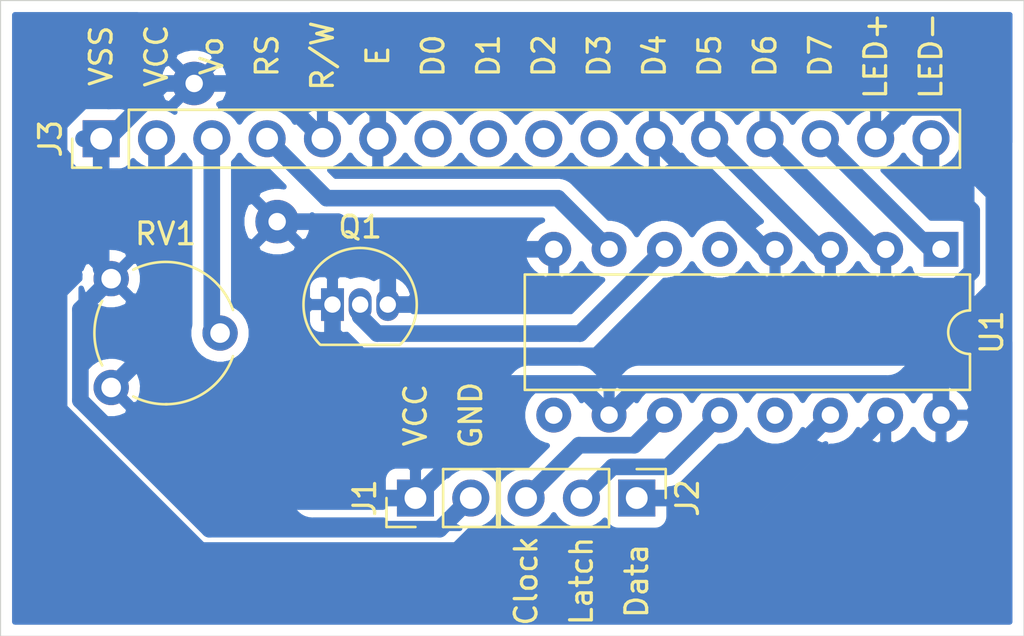
<source format=kicad_pcb>
(kicad_pcb (version 20171130) (host pcbnew 5.1.5-52549c5~84~ubuntu18.04.1)

  (general
    (thickness 1.6)
    (drawings 4)
    (tracks 76)
    (zones 0)
    (modules 8)
    (nets 22)
  )

  (page A4)
  (layers
    (0 F.Cu signal)
    (31 B.Cu signal)
    (32 B.Adhes user)
    (33 F.Adhes user)
    (34 B.Paste user)
    (35 F.Paste user)
    (36 B.SilkS user)
    (37 F.SilkS user)
    (38 B.Mask user)
    (39 F.Mask user)
    (40 Dwgs.User user)
    (41 Cmts.User user)
    (42 Eco1.User user)
    (43 Eco2.User user)
    (44 Edge.Cuts user)
    (45 Margin user)
    (46 B.CrtYd user)
    (47 F.CrtYd user)
    (48 B.Fab user)
    (49 F.Fab user)
  )

  (setup
    (last_trace_width 0.25)
    (trace_clearance 0.2)
    (zone_clearance 0.508)
    (zone_45_only no)
    (trace_min 0.2)
    (via_size 0.8)
    (via_drill 0.4)
    (via_min_size 0.4)
    (via_min_drill 0.3)
    (uvia_size 0.3)
    (uvia_drill 0.1)
    (uvias_allowed no)
    (uvia_min_size 0.2)
    (uvia_min_drill 0.1)
    (edge_width 0.05)
    (segment_width 0.2)
    (pcb_text_width 0.3)
    (pcb_text_size 1.5 1.5)
    (mod_edge_width 0.12)
    (mod_text_size 1 1)
    (mod_text_width 0.15)
    (pad_size 1.524 1.524)
    (pad_drill 0.762)
    (pad_to_mask_clearance 0.051)
    (solder_mask_min_width 0.25)
    (aux_axis_origin 0 0)
    (visible_elements FFFFFF7F)
    (pcbplotparams
      (layerselection 0x010fc_ffffffff)
      (usegerberextensions false)
      (usegerberattributes false)
      (usegerberadvancedattributes false)
      (creategerberjobfile false)
      (excludeedgelayer true)
      (linewidth 0.100000)
      (plotframeref false)
      (viasonmask false)
      (mode 1)
      (useauxorigin false)
      (hpglpennumber 1)
      (hpglpenspeed 20)
      (hpglpendiameter 15.000000)
      (psnegative false)
      (psa4output false)
      (plotreference true)
      (plotvalue true)
      (plotinvisibletext false)
      (padsonsilk false)
      (subtractmaskfromsilk false)
      (outputformat 1)
      (mirror false)
      (drillshape 1)
      (scaleselection 1)
      (outputdirectory ""))
  )

  (net 0 "")
  (net 1 "Net-(J1-Pad2)")
  (net 2 "Net-(J1-Pad1)")
  (net 3 "Net-(J2-Pad3)")
  (net 4 "Net-(J2-Pad2)")
  (net 5 "Net-(J2-Pad1)")
  (net 6 "Net-(J3-Pad16)")
  (net 7 "Net-(J3-Pad14)")
  (net 8 "Net-(J3-Pad13)")
  (net 9 "Net-(J3-Pad12)")
  (net 10 "Net-(J3-Pad11)")
  (net 11 "Net-(J3-Pad10)")
  (net 12 "Net-(J3-Pad9)")
  (net 13 "Net-(J3-Pad8)")
  (net 14 "Net-(J3-Pad7)")
  (net 15 "Net-(J3-Pad6)")
  (net 16 "Net-(J3-Pad4)")
  (net 17 "Net-(J3-Pad3)")
  (net 18 "Net-(Q1-Pad2)")
  (net 19 "Net-(U1-Pad13)")
  (net 20 "Net-(U1-Pad5)")
  (net 21 "Net-(U1-Pad9)")

  (net_class Default "This is the default net class."
    (clearance 0.2)
    (trace_width 0.25)
    (via_dia 0.8)
    (via_drill 0.4)
    (uvia_dia 0.3)
    (uvia_drill 0.1)
  )

  (net_class 30 ""
    (clearance 0.2)
    (trace_width 0.762)
    (via_dia 0.8)
    (via_drill 0.4)
    (uvia_dia 0.3)
    (uvia_drill 0.1)
    (add_net "Net-(J1-Pad1)")
    (add_net "Net-(J1-Pad2)")
    (add_net "Net-(J2-Pad1)")
    (add_net "Net-(J2-Pad2)")
    (add_net "Net-(J2-Pad3)")
    (add_net "Net-(J3-Pad10)")
    (add_net "Net-(J3-Pad11)")
    (add_net "Net-(J3-Pad12)")
    (add_net "Net-(J3-Pad13)")
    (add_net "Net-(J3-Pad14)")
    (add_net "Net-(J3-Pad16)")
    (add_net "Net-(J3-Pad3)")
    (add_net "Net-(J3-Pad4)")
    (add_net "Net-(J3-Pad6)")
    (add_net "Net-(J3-Pad7)")
    (add_net "Net-(J3-Pad8)")
    (add_net "Net-(J3-Pad9)")
    (add_net "Net-(Q1-Pad2)")
    (add_net "Net-(U1-Pad13)")
    (add_net "Net-(U1-Pad5)")
    (add_net "Net-(U1-Pad9)")
  )

  (module My_Misc:Single_solder_pad (layer F.Cu) (tedit 5E42F793) (tstamp 5E4366CA)
    (at 146.05 90.17)
    (descr "Wire solder connection")
    (tags connector)
    (path /5E49E041)
    (attr virtual)
    (fp_text reference J5 (at 0 -2.54) (layer F.SilkS) hide
      (effects (font (size 1 1) (thickness 0.15)))
    )
    (fp_text value Single_connector (at 0 2.54) (layer F.Fab) hide
      (effects (font (size 1 1) (thickness 0.15)))
    )
    (pad 1 thru_hole circle (at 0 0) (size 1.99898 1.99898) (drill 0.8001) (layers *.Cu *.Mask)
      (net 1 "Net-(J1-Pad2)"))
  )

  (module My_Misc:Single_solder_pad (layer F.Cu) (tedit 5E42F793) (tstamp 5E4366C5)
    (at 142.24 83.82)
    (descr "Wire solder connection")
    (tags connector)
    (path /5E4A0085)
    (attr virtual)
    (fp_text reference J4 (at 0 -2.54) (layer F.SilkS) hide
      (effects (font (size 1 1) (thickness 0.15)))
    )
    (fp_text value Single_connector (at 0 2.54) (layer F.Fab) hide
      (effects (font (size 1 1) (thickness 0.15)))
    )
    (pad 1 thru_hole circle (at 0 0) (size 1.99898 1.99898) (drill 0.8001) (layers *.Cu *.Mask)
      (net 1 "Net-(J1-Pad2)"))
  )

  (module Package_DIP:DIP-16_W7.62mm (layer F.Cu) (tedit 5A02E8C5) (tstamp 5E434BCD)
    (at 176.53 91.44 270)
    (descr "16-lead though-hole mounted DIP package, row spacing 7.62 mm (300 mils)")
    (tags "THT DIP DIL PDIP 2.54mm 7.62mm 300mil")
    (path /5E436039)
    (fp_text reference U1 (at 3.81 -2.33 90) (layer F.SilkS)
      (effects (font (size 1 1) (thickness 0.15)))
    )
    (fp_text value 74HC595 (at 3.81 20.11 90) (layer F.Fab)
      (effects (font (size 1 1) (thickness 0.15)))
    )
    (fp_text user %R (at 3.81 8.89 90) (layer F.Fab)
      (effects (font (size 1 1) (thickness 0.15)))
    )
    (fp_line (start 8.7 -1.55) (end -1.1 -1.55) (layer F.CrtYd) (width 0.05))
    (fp_line (start 8.7 19.3) (end 8.7 -1.55) (layer F.CrtYd) (width 0.05))
    (fp_line (start -1.1 19.3) (end 8.7 19.3) (layer F.CrtYd) (width 0.05))
    (fp_line (start -1.1 -1.55) (end -1.1 19.3) (layer F.CrtYd) (width 0.05))
    (fp_line (start 6.46 -1.33) (end 4.81 -1.33) (layer F.SilkS) (width 0.12))
    (fp_line (start 6.46 19.11) (end 6.46 -1.33) (layer F.SilkS) (width 0.12))
    (fp_line (start 1.16 19.11) (end 6.46 19.11) (layer F.SilkS) (width 0.12))
    (fp_line (start 1.16 -1.33) (end 1.16 19.11) (layer F.SilkS) (width 0.12))
    (fp_line (start 2.81 -1.33) (end 1.16 -1.33) (layer F.SilkS) (width 0.12))
    (fp_line (start 0.635 -0.27) (end 1.635 -1.27) (layer F.Fab) (width 0.1))
    (fp_line (start 0.635 19.05) (end 0.635 -0.27) (layer F.Fab) (width 0.1))
    (fp_line (start 6.985 19.05) (end 0.635 19.05) (layer F.Fab) (width 0.1))
    (fp_line (start 6.985 -1.27) (end 6.985 19.05) (layer F.Fab) (width 0.1))
    (fp_line (start 1.635 -1.27) (end 6.985 -1.27) (layer F.Fab) (width 0.1))
    (fp_arc (start 3.81 -1.33) (end 2.81 -1.33) (angle -180) (layer F.SilkS) (width 0.12))
    (pad 16 thru_hole oval (at 7.62 0 270) (size 1.6 1.6) (drill 0.8) (layers *.Cu *.Mask)
      (net 2 "Net-(J1-Pad1)"))
    (pad 8 thru_hole oval (at 0 17.78 270) (size 1.6 1.6) (drill 0.8) (layers *.Cu *.Mask)
      (net 1 "Net-(J1-Pad2)"))
    (pad 15 thru_hole oval (at 7.62 2.54 270) (size 1.6 1.6) (drill 0.8) (layers *.Cu *.Mask)
      (net 15 "Net-(J3-Pad6)"))
    (pad 7 thru_hole oval (at 0 15.24 270) (size 1.6 1.6) (drill 0.8) (layers *.Cu *.Mask)
      (net 16 "Net-(J3-Pad4)"))
    (pad 14 thru_hole oval (at 7.62 5.08 270) (size 1.6 1.6) (drill 0.8) (layers *.Cu *.Mask)
      (net 5 "Net-(J2-Pad1)"))
    (pad 6 thru_hole oval (at 0 12.7 270) (size 1.6 1.6) (drill 0.8) (layers *.Cu *.Mask)
      (net 18 "Net-(Q1-Pad2)"))
    (pad 13 thru_hole oval (at 7.62 7.62 270) (size 1.6 1.6) (drill 0.8) (layers *.Cu *.Mask)
      (net 19 "Net-(U1-Pad13)"))
    (pad 5 thru_hole oval (at 0 10.16 270) (size 1.6 1.6) (drill 0.8) (layers *.Cu *.Mask)
      (net 20 "Net-(U1-Pad5)"))
    (pad 12 thru_hole oval (at 7.62 10.16 270) (size 1.6 1.6) (drill 0.8) (layers *.Cu *.Mask)
      (net 4 "Net-(J2-Pad2)"))
    (pad 4 thru_hole oval (at 0 7.62 270) (size 1.6 1.6) (drill 0.8) (layers *.Cu *.Mask)
      (net 10 "Net-(J3-Pad11)"))
    (pad 11 thru_hole oval (at 7.62 12.7 270) (size 1.6 1.6) (drill 0.8) (layers *.Cu *.Mask)
      (net 3 "Net-(J2-Pad3)"))
    (pad 3 thru_hole oval (at 0 5.08 270) (size 1.6 1.6) (drill 0.8) (layers *.Cu *.Mask)
      (net 9 "Net-(J3-Pad12)"))
    (pad 10 thru_hole oval (at 7.62 15.24 270) (size 1.6 1.6) (drill 0.8) (layers *.Cu *.Mask)
      (net 2 "Net-(J1-Pad1)"))
    (pad 2 thru_hole oval (at 0 2.54 270) (size 1.6 1.6) (drill 0.8) (layers *.Cu *.Mask)
      (net 8 "Net-(J3-Pad13)"))
    (pad 9 thru_hole oval (at 7.62 17.78 270) (size 1.6 1.6) (drill 0.8) (layers *.Cu *.Mask)
      (net 21 "Net-(U1-Pad9)"))
    (pad 1 thru_hole rect (at 0 0 270) (size 1.6 1.6) (drill 0.8) (layers *.Cu *.Mask)
      (net 7 "Net-(J3-Pad14)"))
    (model ${KISYS3DMOD}/Package_DIP.3dshapes/DIP-16_W7.62mm.wrl
      (at (xyz 0 0 0))
      (scale (xyz 1 1 1))
      (rotate (xyz 0 0 0))
    )
  )

  (module Potentiometer_THT:Potentiometer_Piher_PT-6-V_Vertical (layer F.Cu) (tedit 5A3D4993) (tstamp 5E434BA9)
    (at 138.43 97.79)
    (descr "Potentiometer, vertical, Piher PT-6-V, http://www.piher-nacesa.com/pdf/11-PT6v03.pdf")
    (tags "Potentiometer vertical Piher PT-6-V")
    (path /5E4373C0)
    (fp_text reference RV1 (at 2.5 -7.06) (layer F.SilkS)
      (effects (font (size 1 1) (thickness 0.15)))
    )
    (fp_text value "LCD contrast" (at 2.5 2.06) (layer F.Fab)
      (effects (font (size 1 1) (thickness 0.15)))
    )
    (fp_text user %R (at 0.55 -2.5 90) (layer F.Fab)
      (effects (font (size 1 1) (thickness 0.15)))
    )
    (fp_line (start 6.1 -6.1) (end -1.1 -6.1) (layer F.CrtYd) (width 0.05))
    (fp_line (start 6.1 1.1) (end 6.1 -6.1) (layer F.CrtYd) (width 0.05))
    (fp_line (start -1.1 1.1) (end 6.1 1.1) (layer F.CrtYd) (width 0.05))
    (fp_line (start -1.1 -6.1) (end -1.1 1.1) (layer F.CrtYd) (width 0.05))
    (fp_circle (center 2.5 -2.5) (end 3.4 -2.5) (layer F.Fab) (width 0.1))
    (fp_circle (center 2.5 -2.5) (end 5.65 -2.5) (layer F.Fab) (width 0.1))
    (fp_arc (start 2.5 -2.5) (end 1.015 0.414) (angle -28) (layer F.SilkS) (width 0.12))
    (fp_arc (start 2.5 -2.5) (end -0.414 -3.984) (angle -54) (layer F.SilkS) (width 0.12))
    (fp_arc (start 2.5 -2.5) (end 5.592 -3.564) (angle -98) (layer F.SilkS) (width 0.12))
    (fp_arc (start 2.5 -2.5) (end 2.5 0.77) (angle -71) (layer F.SilkS) (width 0.12))
    (pad 1 thru_hole circle (at 0 0) (size 1.62 1.62) (drill 0.9) (layers *.Cu *.Mask)
      (net 2 "Net-(J1-Pad1)"))
    (pad 2 thru_hole circle (at 5 -2.5) (size 1.62 1.62) (drill 0.9) (layers *.Cu *.Mask)
      (net 17 "Net-(J3-Pad3)"))
    (pad 3 thru_hole circle (at 0 -5) (size 1.62 1.62) (drill 0.9) (layers *.Cu *.Mask)
      (net 1 "Net-(J1-Pad2)"))
    (model ${KISYS3DMOD}/Potentiometer_THT.3dshapes/Potentiometer_Piher_PT-6-V_Vertical.wrl
      (at (xyz 0 0 0))
      (scale (xyz 1 1 1))
      (rotate (xyz 0 0 0))
    )
  )

  (module Package_TO_SOT_THT:TO-92_Inline (layer F.Cu) (tedit 5A1DD157) (tstamp 5E434B97)
    (at 148.59 93.98)
    (descr "TO-92 leads in-line, narrow, oval pads, drill 0.75mm (see NXP sot054_po.pdf)")
    (tags "to-92 sc-43 sc-43a sot54 PA33 transistor")
    (path /5E436FF4)
    (fp_text reference Q1 (at 1.27 -3.56) (layer F.SilkS)
      (effects (font (size 1 1) (thickness 0.15)))
    )
    (fp_text value BC547 (at 1.27 2.79) (layer F.Fab)
      (effects (font (size 1 1) (thickness 0.15)))
    )
    (fp_arc (start 1.27 0) (end 1.27 -2.6) (angle 135) (layer F.SilkS) (width 0.12))
    (fp_arc (start 1.27 0) (end 1.27 -2.48) (angle -135) (layer F.Fab) (width 0.1))
    (fp_arc (start 1.27 0) (end 1.27 -2.6) (angle -135) (layer F.SilkS) (width 0.12))
    (fp_arc (start 1.27 0) (end 1.27 -2.48) (angle 135) (layer F.Fab) (width 0.1))
    (fp_line (start 4 2.01) (end -1.46 2.01) (layer F.CrtYd) (width 0.05))
    (fp_line (start 4 2.01) (end 4 -2.73) (layer F.CrtYd) (width 0.05))
    (fp_line (start -1.46 -2.73) (end -1.46 2.01) (layer F.CrtYd) (width 0.05))
    (fp_line (start -1.46 -2.73) (end 4 -2.73) (layer F.CrtYd) (width 0.05))
    (fp_line (start -0.5 1.75) (end 3 1.75) (layer F.Fab) (width 0.1))
    (fp_line (start -0.53 1.85) (end 3.07 1.85) (layer F.SilkS) (width 0.12))
    (fp_text user %R (at 1.27 -3.56) (layer F.Fab)
      (effects (font (size 1 1) (thickness 0.15)))
    )
    (pad 1 thru_hole rect (at 0 0) (size 1.05 1.5) (drill 0.75) (layers *.Cu *.Mask)
      (net 6 "Net-(J3-Pad16)"))
    (pad 3 thru_hole oval (at 2.54 0) (size 1.05 1.5) (drill 0.75) (layers *.Cu *.Mask)
      (net 1 "Net-(J1-Pad2)"))
    (pad 2 thru_hole oval (at 1.27 0) (size 1.05 1.5) (drill 0.75) (layers *.Cu *.Mask)
      (net 18 "Net-(Q1-Pad2)"))
    (model ${KISYS3DMOD}/Package_TO_SOT_THT.3dshapes/TO-92_Inline.wrl
      (at (xyz 0 0 0))
      (scale (xyz 1 1 1))
      (rotate (xyz 0 0 0))
    )
  )

  (module My_Headers:16-pin_LCD_header (layer F.Cu) (tedit 5E42E576) (tstamp 5E434B85)
    (at 137.97 86.36 90)
    (descr "Through hole straight pin header, 1x16, 2.54mm pitch, single row")
    (tags "Through hole pin header THT 1x16 2.54mm single row")
    (path /5E43651F)
    (fp_text reference J3 (at 0 -2.33 90) (layer F.SilkS)
      (effects (font (size 1 1) (thickness 0.15)))
    )
    (fp_text value 16-pin_LCD_header (at 0 40.43 90) (layer F.Fab) hide
      (effects (font (size 1 1) (thickness 0.15)))
    )
    (fp_text user LED- (at 3.81 38.1 90) (layer F.SilkS)
      (effects (font (size 1 1) (thickness 0.15)))
    )
    (fp_text user LED+ (at 3.81 35.56 90) (layer F.SilkS)
      (effects (font (size 1 1) (thickness 0.15)))
    )
    (fp_text user D7 (at 3.81 33.02 90) (layer F.SilkS)
      (effects (font (size 1 1) (thickness 0.15)))
    )
    (fp_text user D6 (at 3.81 30.48 90) (layer F.SilkS)
      (effects (font (size 1 1) (thickness 0.15)))
    )
    (fp_text user D5 (at 3.81 27.94 90) (layer F.SilkS)
      (effects (font (size 1 1) (thickness 0.15)))
    )
    (fp_text user D4 (at 3.81 25.4 90) (layer F.SilkS)
      (effects (font (size 1 1) (thickness 0.15)))
    )
    (fp_text user D3 (at 3.81 22.86 90) (layer F.SilkS)
      (effects (font (size 1 1) (thickness 0.15)))
    )
    (fp_text user D2 (at 3.81 20.32 90) (layer F.SilkS)
      (effects (font (size 1 1) (thickness 0.15)))
    )
    (fp_text user D1 (at 3.81 17.78 90) (layer F.SilkS)
      (effects (font (size 1 1) (thickness 0.15)))
    )
    (fp_text user D0 (at 3.81 15.24 90) (layer F.SilkS)
      (effects (font (size 1 1) (thickness 0.15)))
    )
    (fp_text user E (at 3.81 12.7 90) (layer F.SilkS)
      (effects (font (size 1 1) (thickness 0.15)))
    )
    (fp_text user R/W (at 3.81 10.16 90) (layer F.SilkS)
      (effects (font (size 1 1) (thickness 0.15)))
    )
    (fp_text user RS (at 3.81 7.62 90) (layer F.SilkS)
      (effects (font (size 1 1) (thickness 0.15)))
    )
    (fp_text user Vo (at 3.81 5.08 90) (layer F.SilkS)
      (effects (font (size 1 1) (thickness 0.15)))
    )
    (fp_text user VCC (at 3.81 2.54 90) (layer F.SilkS)
      (effects (font (size 1 1) (thickness 0.15)))
    )
    (fp_text user VSS (at 3.81 0 90) (layer F.SilkS)
      (effects (font (size 1 1) (thickness 0.15)))
    )
    (fp_line (start 1.8 -1.8) (end -1.8 -1.8) (layer F.CrtYd) (width 0.05))
    (fp_line (start 1.8 39.9) (end 1.8 -1.8) (layer F.CrtYd) (width 0.05))
    (fp_line (start -1.8 39.9) (end 1.8 39.9) (layer F.CrtYd) (width 0.05))
    (fp_line (start -1.8 -1.8) (end -1.8 39.9) (layer F.CrtYd) (width 0.05))
    (fp_line (start -1.33 -1.33) (end 0 -1.33) (layer F.SilkS) (width 0.12))
    (fp_line (start -1.33 0) (end -1.33 -1.33) (layer F.SilkS) (width 0.12))
    (fp_line (start -1.33 1.27) (end 1.33 1.27) (layer F.SilkS) (width 0.12))
    (fp_line (start 1.33 1.27) (end 1.33 39.43) (layer F.SilkS) (width 0.12))
    (fp_line (start -1.33 1.27) (end -1.33 39.43) (layer F.SilkS) (width 0.12))
    (fp_line (start -1.33 39.43) (end 1.33 39.43) (layer F.SilkS) (width 0.12))
    (fp_line (start -1.27 -0.635) (end -0.635 -1.27) (layer F.Fab) (width 0.1))
    (fp_line (start -1.27 39.37) (end -1.27 -0.635) (layer F.Fab) (width 0.1))
    (fp_line (start 1.27 39.37) (end -1.27 39.37) (layer F.Fab) (width 0.1))
    (fp_line (start 1.27 -1.27) (end 1.27 39.37) (layer F.Fab) (width 0.1))
    (fp_line (start -0.635 -1.27) (end 1.27 -1.27) (layer F.Fab) (width 0.1))
    (pad 16 thru_hole oval (at 0 38.1 90) (size 1.7 1.7) (drill 1) (layers *.Cu *.Mask)
      (net 6 "Net-(J3-Pad16)"))
    (pad 15 thru_hole oval (at 0 35.56 90) (size 1.7 1.7) (drill 1) (layers *.Cu *.Mask)
      (net 2 "Net-(J1-Pad1)"))
    (pad 14 thru_hole oval (at 0 33.02 90) (size 1.7 1.7) (drill 1) (layers *.Cu *.Mask)
      (net 7 "Net-(J3-Pad14)"))
    (pad 13 thru_hole oval (at 0 30.48 90) (size 1.7 1.7) (drill 1) (layers *.Cu *.Mask)
      (net 8 "Net-(J3-Pad13)"))
    (pad 12 thru_hole oval (at 0 27.94 90) (size 1.7 1.7) (drill 1) (layers *.Cu *.Mask)
      (net 9 "Net-(J3-Pad12)"))
    (pad 11 thru_hole oval (at 0 25.4 90) (size 1.7 1.7) (drill 1) (layers *.Cu *.Mask)
      (net 10 "Net-(J3-Pad11)"))
    (pad 10 thru_hole oval (at 0 22.86 90) (size 1.7 1.7) (drill 1) (layers *.Cu *.Mask)
      (net 11 "Net-(J3-Pad10)"))
    (pad 9 thru_hole oval (at 0 20.32 90) (size 1.7 1.7) (drill 1) (layers *.Cu *.Mask)
      (net 12 "Net-(J3-Pad9)"))
    (pad 8 thru_hole oval (at 0 17.78 90) (size 1.7 1.7) (drill 1) (layers *.Cu *.Mask)
      (net 13 "Net-(J3-Pad8)"))
    (pad 7 thru_hole oval (at 0 15.24 90) (size 1.7 1.7) (drill 1) (layers *.Cu *.Mask)
      (net 14 "Net-(J3-Pad7)"))
    (pad 6 thru_hole oval (at 0 12.7 90) (size 1.7 1.7) (drill 1) (layers *.Cu *.Mask)
      (net 15 "Net-(J3-Pad6)"))
    (pad 5 thru_hole oval (at 0 10.16 90) (size 1.7 1.7) (drill 1) (layers *.Cu *.Mask)
      (net 1 "Net-(J1-Pad2)"))
    (pad 4 thru_hole oval (at 0 7.62 90) (size 1.7 1.7) (drill 1) (layers *.Cu *.Mask)
      (net 16 "Net-(J3-Pad4)"))
    (pad 3 thru_hole oval (at 0 5.08 90) (size 1.7 1.7) (drill 1) (layers *.Cu *.Mask)
      (net 17 "Net-(J3-Pad3)"))
    (pad 2 thru_hole oval (at 0 2.54 90) (size 1.7 1.7) (drill 1) (layers *.Cu *.Mask)
      (net 2 "Net-(J1-Pad1)"))
    (pad 1 thru_hole rect (at 0 0 90) (size 1.7 1.7) (drill 1) (layers *.Cu *.Mask)
      (net 1 "Net-(J1-Pad2)"))
    (model ${KISYS3DMOD}/Connector_PinHeader_2.54mm.3dshapes/PinHeader_1x16_P2.54mm_Vertical.wrl
      (at (xyz 0 0 0))
      (scale (xyz 1 1 1))
      (rotate (xyz 0 0 0))
    )
  )

  (module My_Headers:3-pin_LCD_header (layer F.Cu) (tedit 5E42E508) (tstamp 5E434B52)
    (at 162.56 102.87 270)
    (descr "Through hole straight pin header, 1x03, 2.54mm pitch, single row")
    (tags "Through hole pin header THT 1x03 2.54mm single row")
    (path /5E4369D7)
    (fp_text reference J2 (at 0 -2.33 90) (layer F.SilkS)
      (effects (font (size 1 1) (thickness 0.15)))
    )
    (fp_text value 3-pin_LCD_header (at 0 7.41 90) (layer F.Fab) hide
      (effects (font (size 1 1) (thickness 0.15)))
    )
    (fp_text user Clock (at 3.81 5.08 90) (layer F.SilkS)
      (effects (font (size 1 1) (thickness 0.15)))
    )
    (fp_text user Latch (at 3.81 2.54 90) (layer F.SilkS)
      (effects (font (size 1 1) (thickness 0.15)))
    )
    (fp_text user Data (at 3.81 0 90) (layer F.SilkS)
      (effects (font (size 1 1) (thickness 0.15)))
    )
    (fp_line (start 1.8 -1.8) (end -1.8 -1.8) (layer F.CrtYd) (width 0.05))
    (fp_line (start 1.8 6.85) (end 1.8 -1.8) (layer F.CrtYd) (width 0.05))
    (fp_line (start -1.8 6.85) (end 1.8 6.85) (layer F.CrtYd) (width 0.05))
    (fp_line (start -1.8 -1.8) (end -1.8 6.85) (layer F.CrtYd) (width 0.05))
    (fp_line (start -1.33 -1.33) (end 0 -1.33) (layer F.SilkS) (width 0.12))
    (fp_line (start -1.33 0) (end -1.33 -1.33) (layer F.SilkS) (width 0.12))
    (fp_line (start -1.33 1.27) (end 1.33 1.27) (layer F.SilkS) (width 0.12))
    (fp_line (start 1.33 1.27) (end 1.33 6.41) (layer F.SilkS) (width 0.12))
    (fp_line (start -1.33 1.27) (end -1.33 6.41) (layer F.SilkS) (width 0.12))
    (fp_line (start -1.33 6.41) (end 1.33 6.41) (layer F.SilkS) (width 0.12))
    (fp_line (start -1.27 -0.635) (end -0.635 -1.27) (layer F.Fab) (width 0.1))
    (fp_line (start -1.27 6.35) (end -1.27 -0.635) (layer F.Fab) (width 0.1))
    (fp_line (start 1.27 6.35) (end -1.27 6.35) (layer F.Fab) (width 0.1))
    (fp_line (start 1.27 -1.27) (end 1.27 6.35) (layer F.Fab) (width 0.1))
    (fp_line (start -0.635 -1.27) (end 1.27 -1.27) (layer F.Fab) (width 0.1))
    (pad 3 thru_hole oval (at 0 5.08 270) (size 1.7 1.7) (drill 1) (layers *.Cu *.Mask)
      (net 3 "Net-(J2-Pad3)"))
    (pad 2 thru_hole oval (at 0 2.54 270) (size 1.7 1.7) (drill 1) (layers *.Cu *.Mask)
      (net 4 "Net-(J2-Pad2)"))
    (pad 1 thru_hole rect (at 0 0 270) (size 1.7 1.7) (drill 1) (layers *.Cu *.Mask)
      (net 5 "Net-(J2-Pad1)"))
    (model ${KISYS3DMOD}/Connector_PinHeader_2.54mm.3dshapes/PinHeader_1x03_P2.54mm_Vertical.wrl
      (at (xyz 0 0 0))
      (scale (xyz 1 1 1))
      (rotate (xyz 0 0 0))
    )
  )

  (module My_Headers:2-pin_power_input_header (layer F.Cu) (tedit 5E42E4C7) (tstamp 5E434B39)
    (at 152.4 102.87 90)
    (descr "Through hole straight pin header, 1x02, 2.54mm pitch, single row")
    (tags "Through hole pin header THT 1x02 2.54mm single row")
    (path /5E4367E5)
    (fp_text reference J1 (at 0 -2.33 90) (layer F.SilkS)
      (effects (font (size 1 1) (thickness 0.15)))
    )
    (fp_text value 2-pin_power_input_header (at 0 4.87 90) (layer F.Fab) hide
      (effects (font (size 1 1) (thickness 0.15)))
    )
    (fp_text user GND (at 3.81 2.54 90) (layer F.SilkS)
      (effects (font (size 1 1) (thickness 0.15)))
    )
    (fp_text user VCC (at 3.81 0 90) (layer F.SilkS)
      (effects (font (size 1 1) (thickness 0.15)))
    )
    (fp_line (start 1.8 -1.8) (end -1.8 -1.8) (layer F.CrtYd) (width 0.05))
    (fp_line (start 1.8 4.35) (end 1.8 -1.8) (layer F.CrtYd) (width 0.05))
    (fp_line (start -1.8 4.35) (end 1.8 4.35) (layer F.CrtYd) (width 0.05))
    (fp_line (start -1.8 -1.8) (end -1.8 4.35) (layer F.CrtYd) (width 0.05))
    (fp_line (start -1.33 -1.33) (end 0 -1.33) (layer F.SilkS) (width 0.12))
    (fp_line (start -1.33 0) (end -1.33 -1.33) (layer F.SilkS) (width 0.12))
    (fp_line (start -1.33 1.27) (end 1.33 1.27) (layer F.SilkS) (width 0.12))
    (fp_line (start 1.33 1.27) (end 1.33 3.87) (layer F.SilkS) (width 0.12))
    (fp_line (start -1.33 1.27) (end -1.33 3.87) (layer F.SilkS) (width 0.12))
    (fp_line (start -1.33 3.87) (end 1.33 3.87) (layer F.SilkS) (width 0.12))
    (fp_line (start -1.27 -0.635) (end -0.635 -1.27) (layer F.Fab) (width 0.1))
    (fp_line (start -1.27 3.81) (end -1.27 -0.635) (layer F.Fab) (width 0.1))
    (fp_line (start 1.27 3.81) (end -1.27 3.81) (layer F.Fab) (width 0.1))
    (fp_line (start 1.27 -1.27) (end 1.27 3.81) (layer F.Fab) (width 0.1))
    (fp_line (start -0.635 -1.27) (end 1.27 -1.27) (layer F.Fab) (width 0.1))
    (pad 2 thru_hole oval (at 0 2.54 90) (size 1.7 1.7) (drill 1) (layers *.Cu *.Mask)
      (net 1 "Net-(J1-Pad2)"))
    (pad 1 thru_hole rect (at 0 0 90) (size 1.7 1.7) (drill 1) (layers *.Cu *.Mask)
      (net 2 "Net-(J1-Pad1)"))
    (model ${KISYS3DMOD}/Connector_PinHeader_2.54mm.3dshapes/PinHeader_1x02_P2.54mm_Vertical.wrl
      (at (xyz 0 0 0))
      (scale (xyz 1 1 1))
      (rotate (xyz 0 0 0))
    )
  )

  (gr_line (start 180.34 80.01) (end 133.35 80.01) (layer Edge.Cuts) (width 0.05) (tstamp 5E4352F0))
  (gr_line (start 180.34 109.22) (end 180.34 80.01) (layer Edge.Cuts) (width 0.05))
  (gr_line (start 133.35 109.22) (end 180.34 109.22) (layer Edge.Cuts) (width 0.05))
  (gr_line (start 133.35 80.01) (end 133.35 109.22) (layer Edge.Cuts) (width 0.05))

  (segment (start 138.43 92.79) (end 137.0149 94.2051) (width 0.762) (layer B.Cu) (net 1))
  (segment (start 137.0149 94.2051) (end 137.0149 98.3817) (width 0.762) (layer B.Cu) (net 1))
  (segment (start 142.9346 104.3014) (end 153.5086 104.3014) (width 0.762) (layer B.Cu) (net 1))
  (segment (start 153.5086 104.3014) (end 154.94 102.87) (width 0.762) (layer B.Cu) (net 1))
  (segment (start 151.13 93.98) (end 152.2363 93.98) (width 0.762) (layer B.Cu) (net 1))
  (segment (start 157.3687 91.44) (end 154.7763 91.44) (width 0.762) (layer B.Cu) (net 1))
  (segment (start 154.7763 91.44) (end 152.2363 93.98) (width 0.762) (layer B.Cu) (net 1))
  (segment (start 137.97 86.36) (end 137.97 92.33) (width 0.762) (layer B.Cu) (net 1))
  (segment (start 137.97 92.33) (end 138.43 92.79) (width 0.762) (layer B.Cu) (net 1))
  (segment (start 158.75 91.44) (end 157.3687 91.44) (width 0.762) (layer B.Cu) (net 1))
  (segment (start 137.0149 98.3817) (end 142.9346 104.3014) (width 0.762) (layer B.Cu) (net 1))
  (segment (start 148.832 90.17) (end 151.13 92.468) (width 0.762) (layer B.Cu) (net 1))
  (segment (start 146.05 90.17) (end 148.832 90.17) (width 0.762) (layer B.Cu) (net 1))
  (segment (start 151.13 92.468) (end 151.13 93.98) (width 0.762) (layer B.Cu) (net 1))
  (segment (start 148.13 86.36) (end 145.59 83.82) (width 0.762) (layer B.Cu) (net 1))
  (segment (start 145.59 83.82) (end 142.24 83.82) (width 0.762) (layer B.Cu) (net 1))
  (segment (start 140.826508 83.82) (end 138.286508 86.36) (width 0.762) (layer B.Cu) (net 1))
  (segment (start 142.24 83.82) (end 140.826508 83.82) (width 0.762) (layer B.Cu) (net 1))
  (segment (start 138.286508 86.36) (end 137.16 86.36) (width 0.762) (layer B.Cu) (net 1))
  (segment (start 152.4 102.87) (end 157.5914 97.6786) (width 0.762) (layer B.Cu) (net 2))
  (segment (start 157.5914 97.6786) (end 159.9086 97.6786) (width 0.762) (layer B.Cu) (net 2))
  (segment (start 159.9086 97.6786) (end 161.29 99.06) (width 0.762) (layer B.Cu) (net 2))
  (segment (start 152.4 102.87) (end 147.67 102.87) (width 0.762) (layer B.Cu) (net 2))
  (segment (start 147.67 102.87) (end 140.51 95.71) (width 0.762) (layer B.Cu) (net 2))
  (segment (start 176.2894 97.6787) (end 162.6713 97.6787) (width 0.762) (layer B.Cu) (net 2))
  (segment (start 162.6713 97.6787) (end 161.29 99.06) (width 0.762) (layer B.Cu) (net 2))
  (segment (start 176.53 98.0396) (end 176.53 97.9193) (width 0.762) (layer B.Cu) (net 2))
  (segment (start 176.53 97.9193) (end 176.2894 97.6787) (width 0.762) (layer B.Cu) (net 2))
  (segment (start 176.2894 97.6787) (end 178.9558 95.0123) (width 0.762) (layer B.Cu) (net 2))
  (segment (start 178.9558 95.0123) (end 178.9558 87.2124) (width 0.762) (layer B.Cu) (net 2))
  (segment (start 178.9558 87.2124) (end 176.6658 84.9224) (width 0.762) (layer B.Cu) (net 2))
  (segment (start 176.6658 84.9224) (end 174.9676 84.9224) (width 0.762) (layer B.Cu) (net 2))
  (segment (start 174.9676 84.9224) (end 173.53 86.36) (width 0.762) (layer B.Cu) (net 2))
  (segment (start 176.53 99.06) (end 176.53 98.0396) (width 0.762) (layer B.Cu) (net 2))
  (segment (start 140.51 95.71) (end 138.43 97.79) (width 0.762) (layer B.Cu) (net 2))
  (segment (start 140.51 86.36) (end 140.51 95.71) (width 0.762) (layer B.Cu) (net 2))
  (segment (start 157.48 102.87) (end 159.9086 100.4414) (width 0.762) (layer B.Cu) (net 3))
  (segment (start 159.9086 100.4414) (end 162.4486 100.4414) (width 0.762) (layer B.Cu) (net 3))
  (segment (start 162.4486 100.4414) (end 163.83 99.06) (width 0.762) (layer B.Cu) (net 3))
  (segment (start 160.02 102.87) (end 161.4514 101.4386) (width 0.762) (layer B.Cu) (net 4))
  (segment (start 161.4514 101.4386) (end 163.9914 101.4386) (width 0.762) (layer B.Cu) (net 4))
  (segment (start 163.9914 101.4386) (end 166.37 99.06) (width 0.762) (layer B.Cu) (net 4))
  (segment (start 171.45 99.06) (end 167.64 102.87) (width 0.762) (layer B.Cu) (net 5))
  (segment (start 167.64 102.87) (end 162.56 102.87) (width 0.762) (layer B.Cu) (net 5))
  (segment (start 148.59 95.3113) (end 149.6125 96.3338) (width 0.762) (layer B.Cu) (net 6))
  (segment (start 149.6125 96.3338) (end 174.0696 96.3338) (width 0.762) (layer B.Cu) (net 6))
  (segment (start 174.0696 96.3338) (end 177.9407 92.4627) (width 0.762) (layer B.Cu) (net 6))
  (segment (start 177.9407 92.4627) (end 177.9407 89.662) (width 0.762) (layer B.Cu) (net 6))
  (segment (start 177.9407 89.662) (end 176.07 87.7913) (width 0.762) (layer B.Cu) (net 6))
  (segment (start 148.59 93.98) (end 148.59 95.3113) (width 0.762) (layer B.Cu) (net 6))
  (segment (start 176.07 86.36) (end 176.07 87.7913) (width 0.762) (layer B.Cu) (net 6))
  (segment (start 170.99 86.36) (end 176.07 91.44) (width 0.762) (layer B.Cu) (net 7))
  (segment (start 176.07 91.44) (end 176.53 91.44) (width 0.762) (layer B.Cu) (net 7))
  (segment (start 168.45 86.36) (end 173.53 91.44) (width 0.762) (layer B.Cu) (net 8))
  (segment (start 173.53 91.44) (end 173.99 91.44) (width 0.762) (layer B.Cu) (net 8))
  (segment (start 165.91 86.36) (end 170.99 91.44) (width 0.762) (layer B.Cu) (net 9))
  (segment (start 170.99 91.44) (end 171.45 91.44) (width 0.762) (layer B.Cu) (net 9))
  (segment (start 163.37 86.36) (end 168.45 91.44) (width 0.762) (layer B.Cu) (net 10))
  (segment (start 168.45 91.44) (end 168.91 91.44) (width 0.762) (layer B.Cu) (net 10))
  (segment (start 146.792081 81.28) (end 140.4502 81.28) (width 0.762) (layer B.Cu) (net 15))
  (segment (start 142.5251 105.2797) (end 167.7703 105.2797) (width 0.762) (layer B.Cu) (net 15))
  (segment (start 150.67 85.157919) (end 146.792081 81.28) (width 0.762) (layer B.Cu) (net 15))
  (segment (start 150.67 86.36) (end 150.67 85.157919) (width 0.762) (layer B.Cu) (net 15))
  (segment (start 136.0379 98.7925) (end 142.5251 105.2797) (width 0.762) (layer B.Cu) (net 15))
  (segment (start 140.4502 81.28) (end 136.0379 85.6923) (width 0.762) (layer B.Cu) (net 15))
  (segment (start 136.0379 85.6923) (end 136.0379 98.7925) (width 0.762) (layer B.Cu) (net 15))
  (segment (start 167.7703 105.2797) (end 173.99 99.06) (width 0.762) (layer B.Cu) (net 15))
  (segment (start 145.59 86.36) (end 148.3203 89.0903) (width 0.762) (layer B.Cu) (net 16))
  (segment (start 148.3203 89.0903) (end 158.9403 89.0903) (width 0.762) (layer B.Cu) (net 16))
  (segment (start 158.9403 89.0903) (end 161.29 91.44) (width 0.762) (layer B.Cu) (net 16))
  (segment (start 143.05 86.36) (end 143.05 94.91) (width 0.762) (layer B.Cu) (net 17))
  (segment (start 143.05 94.91) (end 143.43 95.29) (width 0.762) (layer B.Cu) (net 17))
  (segment (start 163.83 91.44) (end 159.9559 95.3141) (width 0.762) (layer B.Cu) (net 18))
  (segment (start 159.9559 95.3141) (end 150.6455 95.3141) (width 0.762) (layer B.Cu) (net 18))
  (segment (start 150.6455 95.3141) (end 149.86 94.5286) (width 0.762) (layer B.Cu) (net 18))
  (segment (start 149.86 94.5286) (end 149.86 93.98) (width 0.762) (layer B.Cu) (net 18))

  (zone (net 1) (net_name "Net-(J1-Pad2)") (layer B.Cu) (tstamp 0) (hatch edge 0.508)
    (connect_pads (clearance 0.508))
    (min_thickness 0.254)
    (fill yes (arc_segments 32) (thermal_gap 0.508) (thermal_bridge_width 0.508))
    (polygon
      (pts
        (xy 180.34 109.22) (xy 133.35 109.22) (xy 133.35 80.01) (xy 180.34 80.01)
      )
    )
    (filled_polygon
      (pts
        (xy 153.939731 103.967588) (xy 154.17308 104.141641) (xy 154.42934 104.2637) (xy 153.579868 104.2637) (xy 153.604494 104.250537)
        (xy 153.701185 104.171185) (xy 153.780537 104.074494) (xy 153.839502 103.96418) (xy 153.863966 103.883534)
      )
    )
    (filled_polygon
      (pts
        (xy 146.916292 103.553133) (xy 146.948104 103.591896) (xy 147.10281 103.71886) (xy 147.279313 103.813202) (xy 147.470829 103.871298)
        (xy 147.669999 103.890915) (xy 147.719901 103.886) (xy 150.936782 103.886) (xy 150.960498 103.96418) (xy 151.019463 104.074494)
        (xy 151.098815 104.171185) (xy 151.195506 104.250537) (xy 151.220132 104.2637) (xy 142.945941 104.2637) (xy 137.757908 99.075668)
        (xy 138.008509 99.17947) (xy 138.28768 99.235) (xy 138.57232 99.235) (xy 138.851491 99.17947) (xy 139.114464 99.070543)
        (xy 139.351134 98.912405) (xy 139.552405 98.711134) (xy 139.710543 98.474464) (xy 139.81947 98.211491) (xy 139.875 97.93232)
        (xy 139.875 97.78184) (xy 140.51 97.14684)
      )
    )
    (filled_polygon
      (pts
        (xy 155.067 102.743) (xy 155.087 102.743) (xy 155.087 102.997) (xy 155.067 102.997) (xy 155.067 103.017)
        (xy 154.813 103.017) (xy 154.813 102.997) (xy 154.793 102.997) (xy 154.793 102.743) (xy 154.813 102.743)
        (xy 154.813 102.723) (xy 155.067 102.723)
      )
    )
    (filled_polygon
      (pts
        (xy 144.436525 87.306632) (xy 144.643368 87.513475) (xy 144.886589 87.67599) (xy 145.156842 87.787932) (xy 145.44374 87.845)
        (xy 145.63816 87.845) (xy 146.352823 88.559664) (xy 146.308771 88.548115) (xy 145.987385 88.528795) (xy 145.668405 88.572546)
        (xy 145.364089 88.677686) (xy 145.190258 88.770601) (xy 145.094555 89.03495) (xy 146.05 89.990395) (xy 146.064143 89.976253)
        (xy 146.243748 90.155858) (xy 146.229605 90.17) (xy 147.18505 91.125445) (xy 147.449399 91.029742) (xy 147.590238 90.740213)
        (xy 147.671885 90.428771) (xy 147.691205 90.107385) (xy 147.657353 89.860574) (xy 147.75311 89.93916) (xy 147.929613 90.033502)
        (xy 148.121129 90.091598) (xy 148.270398 90.1063) (xy 148.270405 90.1063) (xy 148.320299 90.111214) (xy 148.370193 90.1063)
        (xy 158.22979 90.1063) (xy 158.01258 90.208963) (xy 157.786586 90.376481) (xy 157.597615 90.584869) (xy 157.45293 90.826119)
        (xy 157.358091 91.09096) (xy 157.479376 91.313) (xy 158.623 91.313) (xy 158.623 91.293) (xy 158.877 91.293)
        (xy 158.877 91.313) (xy 158.897 91.313) (xy 158.897 91.567) (xy 158.877 91.567) (xy 158.877 92.709915)
        (xy 159.099039 92.831904) (xy 159.233087 92.791246) (xy 159.48742 92.671037) (xy 159.713414 92.503519) (xy 159.902385 92.295131)
        (xy 160.013933 92.109135) (xy 160.01832 92.119727) (xy 160.175363 92.354759) (xy 160.375241 92.554637) (xy 160.610273 92.71168)
        (xy 160.871426 92.819853) (xy 160.989767 92.843393) (xy 159.53506 94.2981) (xy 152.295017 94.2981) (xy 152.296331 94.290507)
        (xy 152.136598 94.107) (xy 151.257 94.107) (xy 151.257 94.127) (xy 151.02 94.127) (xy 151.02 93.698021)
        (xy 151.003215 93.5276) (xy 151.003 93.526891) (xy 151.003 92.761837) (xy 151.257 92.761837) (xy 151.257 93.853)
        (xy 152.136598 93.853) (xy 152.296331 93.669493) (xy 152.257239 93.443596) (xy 152.174828 93.229666) (xy 152.052264 93.035924)
        (xy 151.894258 92.869816) (xy 151.706882 92.737725) (xy 151.497337 92.644728) (xy 151.43581 92.636036) (xy 151.257 92.761837)
        (xy 151.003 92.761837) (xy 150.82419 92.636036) (xy 150.762663 92.644728) (xy 150.553118 92.737725) (xy 150.494669 92.778929)
        (xy 150.306059 92.678115) (xy 150.087399 92.611785) (xy 149.86 92.589388) (xy 149.6326 92.611785) (xy 149.423902 92.675093)
        (xy 149.35918 92.640498) (xy 149.239482 92.604188) (xy 149.115 92.591928) (xy 148.065 92.591928) (xy 147.940518 92.604188)
        (xy 147.82082 92.640498) (xy 147.710506 92.699463) (xy 147.613815 92.778815) (xy 147.534463 92.875506) (xy 147.475498 92.98582)
        (xy 147.439188 93.105518) (xy 147.426928 93.23) (xy 147.426928 94.73) (xy 147.439188 94.854482) (xy 147.475498 94.97418)
        (xy 147.534463 95.084494) (xy 147.574001 95.132671) (xy 147.574001 95.261389) (xy 147.569085 95.3113) (xy 147.588702 95.51047)
        (xy 147.631231 95.650666) (xy 147.646799 95.701987) (xy 147.741141 95.87849) (xy 147.868105 96.033196) (xy 147.906868 96.065008)
        (xy 148.858792 97.016933) (xy 148.890604 97.055696) (xy 149.04531 97.18266) (xy 149.221813 97.277002) (xy 149.355232 97.317474)
        (xy 149.413328 97.335098) (xy 149.432677 97.337004) (xy 149.562598 97.3498) (xy 149.562605 97.3498) (xy 149.612499 97.354714)
        (xy 149.662393 97.3498) (xy 156.483359 97.3498) (xy 152.451232 101.381928) (xy 151.55 101.381928) (xy 151.425518 101.394188)
        (xy 151.30582 101.430498) (xy 151.195506 101.489463) (xy 151.098815 101.568815) (xy 151.019463 101.665506) (xy 150.960498 101.77582)
        (xy 150.936782 101.854) (xy 148.090841 101.854) (xy 142.851116 96.614276) (xy 143.008509 96.67947) (xy 143.28768 96.735)
        (xy 143.57232 96.735) (xy 143.851491 96.67947) (xy 144.114464 96.570543) (xy 144.351134 96.412405) (xy 144.552405 96.211134)
        (xy 144.710543 95.974464) (xy 144.81947 95.711491) (xy 144.875 95.43232) (xy 144.875 95.14768) (xy 144.81947 94.868509)
        (xy 144.710543 94.605536) (xy 144.552405 94.368866) (xy 144.351134 94.167595) (xy 144.114464 94.009457) (xy 144.066 93.989383)
        (xy 144.066 91.30505) (xy 145.094555 91.30505) (xy 145.190258 91.569399) (xy 145.479787 91.710238) (xy 145.791229 91.791885)
        (xy 146.112615 91.811205) (xy 146.274215 91.78904) (xy 157.358091 91.78904) (xy 157.45293 92.053881) (xy 157.597615 92.295131)
        (xy 157.786586 92.503519) (xy 158.01258 92.671037) (xy 158.266913 92.791246) (xy 158.400961 92.831904) (xy 158.623 92.709915)
        (xy 158.623 91.567) (xy 157.479376 91.567) (xy 157.358091 91.78904) (xy 146.274215 91.78904) (xy 146.431595 91.767454)
        (xy 146.735911 91.662314) (xy 146.909742 91.569399) (xy 147.005445 91.30505) (xy 146.05 90.349605) (xy 145.094555 91.30505)
        (xy 144.066 91.30505) (xy 144.066 90.232615) (xy 144.408795 90.232615) (xy 144.452546 90.551595) (xy 144.557686 90.855911)
        (xy 144.650601 91.029742) (xy 144.91495 91.125445) (xy 145.870395 90.17) (xy 144.91495 89.214555) (xy 144.650601 89.310258)
        (xy 144.509762 89.599787) (xy 144.428115 89.911229) (xy 144.408795 90.232615) (xy 144.066 90.232615) (xy 144.066 87.444107)
        (xy 144.203475 87.306632) (xy 144.32 87.13224)
      )
    )
    (filled_polygon
      (pts
        (xy 137.144333 98.462092) (xy 137.0539 98.37166) (xy 137.0539 98.243769)
      )
    )
    (filled_polygon
      (pts
        (xy 138.097 86.233) (xy 138.117 86.233) (xy 138.117 86.487) (xy 138.097 86.487) (xy 138.097 87.68625)
        (xy 138.25575 87.845) (xy 138.82 87.848072) (xy 138.944482 87.835812) (xy 139.06418 87.799502) (xy 139.174494 87.740537)
        (xy 139.271185 87.661185) (xy 139.350537 87.564494) (xy 139.409502 87.45418) (xy 139.431513 87.38162) (xy 139.494 87.444107)
        (xy 139.494001 91.988825) (xy 139.429843 91.969762) (xy 138.609605 92.79) (xy 139.429843 93.610238) (xy 139.494001 93.591175)
        (xy 139.494001 95.289158) (xy 138.43816 96.345) (xy 138.28768 96.345) (xy 138.008509 96.40053) (xy 137.745536 96.509457)
        (xy 137.508866 96.667595) (xy 137.307595 96.868866) (xy 137.149457 97.105536) (xy 137.0539 97.336231) (xy 137.0539 93.789843)
        (xy 137.609762 93.789843) (xy 137.682556 94.034832) (xy 137.939773 94.156733) (xy 138.215829 94.22611) (xy 138.500115 94.240298)
        (xy 138.781706 94.198752) (xy 139.049783 94.103068) (xy 139.177444 94.034832) (xy 139.250238 93.789843) (xy 138.43 92.969605)
        (xy 137.609762 93.789843) (xy 137.0539 93.789843) (xy 137.0539 93.233187) (xy 137.116932 93.409783) (xy 137.185168 93.537444)
        (xy 137.430157 93.610238) (xy 138.250395 92.79) (xy 137.430157 91.969762) (xy 137.185168 92.042556) (xy 137.063267 92.299773)
        (xy 137.0539 92.337045) (xy 137.0539 91.790157) (xy 137.609762 91.790157) (xy 138.43 92.610395) (xy 139.250238 91.790157)
        (xy 139.177444 91.545168) (xy 138.920227 91.423267) (xy 138.644171 91.35389) (xy 138.359885 91.339702) (xy 138.078294 91.381248)
        (xy 137.810217 91.476932) (xy 137.682556 91.545168) (xy 137.609762 91.790157) (xy 137.0539 91.790157) (xy 137.0539 87.841562)
        (xy 137.12 87.848072) (xy 137.68425 87.845) (xy 137.843 87.68625) (xy 137.843 86.487) (xy 137.823 86.487)
        (xy 137.823 86.233) (xy 137.843 86.233) (xy 137.843 86.213) (xy 138.097 86.213)
      )
    )
    (filled_polygon
      (pts
        (xy 141.554089 82.327686) (xy 141.380258 82.420601) (xy 141.284555 82.68495) (xy 142.24 83.640395) (xy 143.195445 82.68495)
        (xy 143.099742 82.420601) (xy 142.843594 82.296) (xy 146.371241 82.296) (xy 149.505343 85.430103) (xy 149.394805 85.595534)
        (xy 149.325178 85.478645) (xy 149.130269 85.262412) (xy 148.89692 85.088359) (xy 148.634099 84.963175) (xy 148.48689 84.918524)
        (xy 148.257 85.039845) (xy 148.257 86.233) (xy 148.277 86.233) (xy 148.277 86.487) (xy 148.257 86.487)
        (xy 148.257 86.507) (xy 148.003 86.507) (xy 148.003 86.487) (xy 147.983 86.487) (xy 147.983 86.233)
        (xy 148.003 86.233) (xy 148.003 85.039845) (xy 147.77311 84.918524) (xy 147.625901 84.963175) (xy 147.36308 85.088359)
        (xy 147.129731 85.262412) (xy 146.934822 85.478645) (xy 146.865195 85.595534) (xy 146.743475 85.413368) (xy 146.536632 85.206525)
        (xy 146.293411 85.04401) (xy 146.023158 84.932068) (xy 145.73626 84.875) (xy 145.44374 84.875) (xy 145.156842 84.932068)
        (xy 144.886589 85.04401) (xy 144.643368 85.206525) (xy 144.436525 85.413368) (xy 144.32 85.58776) (xy 144.203475 85.413368)
        (xy 143.996632 85.206525) (xy 143.753411 85.04401) (xy 143.483158 84.932068) (xy 143.455306 84.926528) (xy 143.490721 84.891113)
        (xy 143.375052 84.775444) (xy 143.639399 84.679742) (xy 143.780238 84.390213) (xy 143.861885 84.078771) (xy 143.881205 83.757385)
        (xy 143.837454 83.438405) (xy 143.732314 83.134089) (xy 143.639399 82.960258) (xy 143.37505 82.864555) (xy 142.419605 83.82)
        (xy 142.433748 83.834143) (xy 142.254143 84.013748) (xy 142.24 83.999605) (xy 141.284555 84.95505) (xy 141.34974 85.135102)
        (xy 141.213411 85.04401) (xy 140.943158 84.932068) (xy 140.65626 84.875) (xy 140.36374 84.875) (xy 140.076842 84.932068)
        (xy 139.806589 85.04401) (xy 139.563368 85.206525) (xy 139.431513 85.33838) (xy 139.409502 85.26582) (xy 139.350537 85.155506)
        (xy 139.271185 85.058815) (xy 139.174494 84.979463) (xy 139.06418 84.920498) (xy 138.944482 84.884188) (xy 138.82 84.871928)
        (xy 138.292239 84.874801) (xy 139.284425 83.882615) (xy 140.598795 83.882615) (xy 140.642546 84.201595) (xy 140.747686 84.505911)
        (xy 140.840601 84.679742) (xy 141.10495 84.775445) (xy 142.060395 83.82) (xy 141.10495 82.864555) (xy 140.840601 82.960258)
        (xy 140.699762 83.249787) (xy 140.618115 83.561229) (xy 140.598795 83.882615) (xy 139.284425 83.882615) (xy 140.871041 82.296)
        (xy 141.645801 82.296)
      )
    )
  )
  (zone (net 15) (net_name "Net-(J3-Pad6)") (layer B.Cu) (tstamp 0) (hatch edge 0.508)
    (connect_pads (clearance 0.508))
    (min_thickness 0.254)
    (fill yes (arc_segments 32) (thermal_gap 0.508) (thermal_bridge_width 0.508))
    (polygon
      (pts
        (xy 180.34 109.22) (xy 133.35 109.22) (xy 133.35 80.01) (xy 180.34 80.01)
      )
    )
    (filled_polygon
      (pts
        (xy 179.680001 86.493312) (xy 179.677696 86.490504) (xy 179.638933 86.458692) (xy 177.419512 84.239272) (xy 177.387696 84.200504)
        (xy 177.23299 84.07354) (xy 177.056487 83.979198) (xy 176.864971 83.921102) (xy 176.715702 83.9064) (xy 176.6658 83.901485)
        (xy 176.615898 83.9064) (xy 175.017493 83.9064) (xy 174.967599 83.901486) (xy 174.917705 83.9064) (xy 174.917698 83.9064)
        (xy 174.787777 83.919196) (xy 174.768428 83.921102) (xy 174.710332 83.938726) (xy 174.576913 83.979198) (xy 174.40041 84.07354)
        (xy 174.245704 84.200504) (xy 174.213892 84.239267) (xy 173.578159 84.875) (xy 173.38374 84.875) (xy 173.096842 84.932068)
        (xy 172.826589 85.04401) (xy 172.583368 85.206525) (xy 172.376525 85.413368) (xy 172.26 85.58776) (xy 172.143475 85.413368)
        (xy 171.936632 85.206525) (xy 171.693411 85.04401) (xy 171.423158 84.932068) (xy 171.13626 84.875) (xy 170.84374 84.875)
        (xy 170.556842 84.932068) (xy 170.286589 85.04401) (xy 170.043368 85.206525) (xy 169.836525 85.413368) (xy 169.72 85.58776)
        (xy 169.603475 85.413368) (xy 169.396632 85.206525) (xy 169.153411 85.04401) (xy 168.883158 84.932068) (xy 168.59626 84.875)
        (xy 168.30374 84.875) (xy 168.016842 84.932068) (xy 167.746589 85.04401) (xy 167.503368 85.206525) (xy 167.296525 85.413368)
        (xy 167.18 85.58776) (xy 167.063475 85.413368) (xy 166.856632 85.206525) (xy 166.613411 85.04401) (xy 166.343158 84.932068)
        (xy 166.05626 84.875) (xy 165.76374 84.875) (xy 165.476842 84.932068) (xy 165.206589 85.04401) (xy 164.963368 85.206525)
        (xy 164.756525 85.413368) (xy 164.64 85.58776) (xy 164.523475 85.413368) (xy 164.316632 85.206525) (xy 164.073411 85.04401)
        (xy 163.803158 84.932068) (xy 163.51626 84.875) (xy 163.22374 84.875) (xy 162.936842 84.932068) (xy 162.666589 85.04401)
        (xy 162.423368 85.206525) (xy 162.216525 85.413368) (xy 162.1 85.58776) (xy 161.983475 85.413368) (xy 161.776632 85.206525)
        (xy 161.533411 85.04401) (xy 161.263158 84.932068) (xy 160.97626 84.875) (xy 160.68374 84.875) (xy 160.396842 84.932068)
        (xy 160.126589 85.04401) (xy 159.883368 85.206525) (xy 159.676525 85.413368) (xy 159.56 85.58776) (xy 159.443475 85.413368)
        (xy 159.236632 85.206525) (xy 158.993411 85.04401) (xy 158.723158 84.932068) (xy 158.43626 84.875) (xy 158.14374 84.875)
        (xy 157.856842 84.932068) (xy 157.586589 85.04401) (xy 157.343368 85.206525) (xy 157.136525 85.413368) (xy 157.02 85.58776)
        (xy 156.903475 85.413368) (xy 156.696632 85.206525) (xy 156.453411 85.04401) (xy 156.183158 84.932068) (xy 155.89626 84.875)
        (xy 155.60374 84.875) (xy 155.316842 84.932068) (xy 155.046589 85.04401) (xy 154.803368 85.206525) (xy 154.596525 85.413368)
        (xy 154.48 85.58776) (xy 154.363475 85.413368) (xy 154.156632 85.206525) (xy 153.913411 85.04401) (xy 153.643158 84.932068)
        (xy 153.35626 84.875) (xy 153.06374 84.875) (xy 152.776842 84.932068) (xy 152.506589 85.04401) (xy 152.263368 85.206525)
        (xy 152.056525 85.413368) (xy 151.934805 85.595534) (xy 151.865178 85.478645) (xy 151.670269 85.262412) (xy 151.43692 85.088359)
        (xy 151.174099 84.963175) (xy 151.02689 84.918524) (xy 150.797 85.039845) (xy 150.797 86.233) (xy 150.817 86.233)
        (xy 150.817 86.487) (xy 150.797 86.487) (xy 150.797 87.680155) (xy 151.02689 87.801476) (xy 151.174099 87.756825)
        (xy 151.43692 87.631641) (xy 151.670269 87.457588) (xy 151.865178 87.241355) (xy 151.934805 87.124466) (xy 152.056525 87.306632)
        (xy 152.263368 87.513475) (xy 152.506589 87.67599) (xy 152.776842 87.787932) (xy 153.06374 87.845) (xy 153.35626 87.845)
        (xy 153.643158 87.787932) (xy 153.913411 87.67599) (xy 154.156632 87.513475) (xy 154.363475 87.306632) (xy 154.48 87.13224)
        (xy 154.596525 87.306632) (xy 154.803368 87.513475) (xy 155.046589 87.67599) (xy 155.316842 87.787932) (xy 155.60374 87.845)
        (xy 155.89626 87.845) (xy 156.183158 87.787932) (xy 156.453411 87.67599) (xy 156.696632 87.513475) (xy 156.903475 87.306632)
        (xy 157.02 87.13224) (xy 157.136525 87.306632) (xy 157.343368 87.513475) (xy 157.586589 87.67599) (xy 157.856842 87.787932)
        (xy 158.14374 87.845) (xy 158.43626 87.845) (xy 158.723158 87.787932) (xy 158.993411 87.67599) (xy 159.236632 87.513475)
        (xy 159.443475 87.306632) (xy 159.56 87.13224) (xy 159.676525 87.306632) (xy 159.883368 87.513475) (xy 160.126589 87.67599)
        (xy 160.396842 87.787932) (xy 160.68374 87.845) (xy 160.97626 87.845) (xy 161.263158 87.787932) (xy 161.533411 87.67599)
        (xy 161.776632 87.513475) (xy 161.983475 87.306632) (xy 162.1 87.13224) (xy 162.216525 87.306632) (xy 162.423368 87.513475)
        (xy 162.666589 87.67599) (xy 162.936842 87.787932) (xy 163.22374 87.845) (xy 163.41816 87.845) (xy 165.726481 90.153322)
        (xy 165.690273 90.16832) (xy 165.455241 90.325363) (xy 165.255363 90.525241) (xy 165.1 90.757759) (xy 164.944637 90.525241)
        (xy 164.744759 90.325363) (xy 164.509727 90.16832) (xy 164.248574 90.060147) (xy 163.971335 90.005) (xy 163.688665 90.005)
        (xy 163.411426 90.060147) (xy 163.150273 90.16832) (xy 162.915241 90.325363) (xy 162.715363 90.525241) (xy 162.56 90.757759)
        (xy 162.404637 90.525241) (xy 162.204759 90.325363) (xy 161.969727 90.16832) (xy 161.708574 90.060147) (xy 161.431335 90.005)
        (xy 161.291841 90.005) (xy 159.694012 88.407172) (xy 159.662196 88.368404) (xy 159.50749 88.24144) (xy 159.330987 88.147098)
        (xy 159.139471 88.089002) (xy 158.990202 88.0743) (xy 158.9403 88.069385) (xy 158.890398 88.0743) (xy 148.741141 88.0743)
        (xy 148.472755 87.805914) (xy 148.563158 87.787932) (xy 148.833411 87.67599) (xy 149.076632 87.513475) (xy 149.283475 87.306632)
        (xy 149.405195 87.124466) (xy 149.474822 87.241355) (xy 149.669731 87.457588) (xy 149.90308 87.631641) (xy 150.165901 87.756825)
        (xy 150.31311 87.801476) (xy 150.543 87.680155) (xy 150.543 86.487) (xy 150.523 86.487) (xy 150.523 86.233)
        (xy 150.543 86.233) (xy 150.543 85.039845) (xy 150.31311 84.918524) (xy 150.165901 84.963175) (xy 149.90308 85.088359)
        (xy 149.669731 85.262412) (xy 149.474822 85.478645) (xy 149.405195 85.595534) (xy 149.283475 85.413368) (xy 149.076632 85.206525)
        (xy 148.833411 85.04401) (xy 148.563158 84.932068) (xy 148.27626 84.875) (xy 148.081841 84.875) (xy 146.343712 83.136872)
        (xy 146.311896 83.098104) (xy 146.15719 82.97114) (xy 145.980687 82.876798) (xy 145.789171 82.818702) (xy 145.639902 82.804)
        (xy 145.59 82.799085) (xy 145.540098 82.804) (xy 143.526916 82.804) (xy 143.509592 82.778073) (xy 143.281927 82.550408)
        (xy 143.014222 82.371533) (xy 142.716763 82.248322) (xy 142.400983 82.18551) (xy 142.079017 82.18551) (xy 141.763237 82.248322)
        (xy 141.465778 82.371533) (xy 141.198073 82.550408) (xy 140.970408 82.778073) (xy 140.953084 82.804) (xy 140.876401 82.804)
        (xy 140.826507 82.799086) (xy 140.776613 82.804) (xy 140.776606 82.804) (xy 140.646685 82.816796) (xy 140.627336 82.818702)
        (xy 140.56924 82.836326) (xy 140.435821 82.876798) (xy 140.259318 82.97114) (xy 140.104612 83.098104) (xy 140.0728 83.136867)
        (xy 138.33774 84.871928) (xy 137.12 84.871928) (xy 136.995518 84.884188) (xy 136.87582 84.920498) (xy 136.765506 84.979463)
        (xy 136.668815 85.058815) (xy 136.589463 85.155506) (xy 136.530498 85.26582) (xy 136.494188 85.385518) (xy 136.481928 85.51)
        (xy 136.481928 85.602139) (xy 136.438104 85.638104) (xy 136.31114 85.79281) (xy 136.216798 85.969313) (xy 136.158702 86.160829)
        (xy 136.139085 86.36) (xy 136.158702 86.559171) (xy 136.216798 86.750687) (xy 136.31114 86.92719) (xy 136.438104 87.081896)
        (xy 136.481928 87.117861) (xy 136.481928 87.21) (xy 136.494188 87.334482) (xy 136.530498 87.45418) (xy 136.589463 87.564494)
        (xy 136.668815 87.661185) (xy 136.765506 87.740537) (xy 136.87582 87.799502) (xy 136.954 87.823218) (xy 136.954001 92.280088)
        (xy 136.949085 92.33) (xy 136.968702 92.52917) (xy 136.992783 92.608553) (xy 136.985 92.64768) (xy 136.985 92.79816)
        (xy 136.331772 93.451388) (xy 136.293004 93.483204) (xy 136.16604 93.63791) (xy 136.071698 93.814414) (xy 136.036605 93.930099)
        (xy 136.013602 94.00593) (xy 135.993985 94.2051) (xy 135.9989 94.255002) (xy 135.998901 98.331788) (xy 135.993985 98.3817)
        (xy 136.013602 98.58087) (xy 136.053065 98.71096) (xy 136.071699 98.772387) (xy 136.166041 98.94889) (xy 136.293005 99.103596)
        (xy 136.331768 99.135408) (xy 142.180892 104.984533) (xy 142.212704 105.023296) (xy 142.36741 105.15026) (xy 142.543913 105.244602)
        (xy 142.735429 105.302698) (xy 142.934599 105.322315) (xy 142.984501 105.3174) (xy 153.458698 105.3174) (xy 153.5086 105.322315)
        (xy 153.558502 105.3174) (xy 153.707771 105.302698) (xy 153.899287 105.244602) (xy 154.07579 105.15026) (xy 154.230496 105.023296)
        (xy 154.262312 104.984528) (xy 154.89184 104.355) (xy 155.08626 104.355) (xy 155.373158 104.297932) (xy 155.643411 104.18599)
        (xy 155.886632 104.023475) (xy 156.093475 103.816632) (xy 156.21 103.64224) (xy 156.326525 103.816632) (xy 156.533368 104.023475)
        (xy 156.776589 104.18599) (xy 157.046842 104.297932) (xy 157.33374 104.355) (xy 157.62626 104.355) (xy 157.913158 104.297932)
        (xy 158.183411 104.18599) (xy 158.426632 104.023475) (xy 158.633475 103.816632) (xy 158.75 103.64224) (xy 158.866525 103.816632)
        (xy 159.073368 104.023475) (xy 159.316589 104.18599) (xy 159.586842 104.297932) (xy 159.87374 104.355) (xy 160.16626 104.355)
        (xy 160.453158 104.297932) (xy 160.723411 104.18599) (xy 160.966632 104.023475) (xy 161.098487 103.89162) (xy 161.120498 103.96418)
        (xy 161.179463 104.074494) (xy 161.258815 104.171185) (xy 161.355506 104.250537) (xy 161.46582 104.309502) (xy 161.585518 104.345812)
        (xy 161.71 104.358072) (xy 163.41 104.358072) (xy 163.534482 104.345812) (xy 163.65418 104.309502) (xy 163.764494 104.250537)
        (xy 163.861185 104.171185) (xy 163.940537 104.074494) (xy 163.999502 103.96418) (xy 164.023218 103.886) (xy 167.590098 103.886)
        (xy 167.64 103.890915) (xy 167.689902 103.886) (xy 167.839171 103.871298) (xy 168.030687 103.813202) (xy 168.20719 103.71886)
        (xy 168.361896 103.591896) (xy 168.393712 103.553128) (xy 171.451841 100.495) (xy 171.591335 100.495) (xy 171.868574 100.439853)
        (xy 172.129727 100.33168) (xy 172.364759 100.174637) (xy 172.564637 99.974759) (xy 172.72168 99.739727) (xy 172.726067 99.729135)
        (xy 172.837615 99.915131) (xy 173.026586 100.123519) (xy 173.25258 100.291037) (xy 173.506913 100.411246) (xy 173.640961 100.451904)
        (xy 173.863 100.329915) (xy 173.863 99.187) (xy 173.843 99.187) (xy 173.843 98.933) (xy 173.863 98.933)
        (xy 173.863 98.913) (xy 174.117 98.913) (xy 174.117 98.933) (xy 174.137 98.933) (xy 174.137 99.187)
        (xy 174.117 99.187) (xy 174.117 100.329915) (xy 174.339039 100.451904) (xy 174.473087 100.411246) (xy 174.72742 100.291037)
        (xy 174.953414 100.123519) (xy 175.142385 99.915131) (xy 175.253933 99.729135) (xy 175.25832 99.739727) (xy 175.415363 99.974759)
        (xy 175.615241 100.174637) (xy 175.850273 100.33168) (xy 176.111426 100.439853) (xy 176.388665 100.495) (xy 176.671335 100.495)
        (xy 176.948574 100.439853) (xy 177.209727 100.33168) (xy 177.444759 100.174637) (xy 177.644637 99.974759) (xy 177.80168 99.739727)
        (xy 177.909853 99.478574) (xy 177.965 99.201335) (xy 177.965 98.918665) (xy 177.909853 98.641426) (xy 177.80168 98.380273)
        (xy 177.644637 98.145241) (xy 177.546 98.046604) (xy 177.546 97.969202) (xy 177.550915 97.9193) (xy 177.545062 97.859878)
        (xy 179.638933 95.766008) (xy 179.677696 95.734196) (xy 179.68 95.731388) (xy 179.68 108.56) (xy 134.01 108.56)
        (xy 134.01 80.67) (xy 179.680001 80.67)
      )
    )
  )
  (zone (net 6) (net_name "Net-(J3-Pad16)") (layer B.Cu) (tstamp 0) (hatch edge 0.508)
    (connect_pads (clearance 0.508))
    (min_thickness 0.254)
    (fill yes (arc_segments 32) (thermal_gap 0.508) (thermal_bridge_width 0.508))
    (polygon
      (pts
        (xy 180.34 109.22) (xy 133.35 109.22) (xy 133.35 80.01) (xy 180.34 80.01)
      )
    )
    (filled_polygon
      (pts
        (xy 144.436525 87.306632) (xy 144.643368 87.513475) (xy 144.886589 87.67599) (xy 145.156842 87.787932) (xy 145.44374 87.845)
        (xy 145.63816 87.845) (xy 146.357891 88.564732) (xy 146.210983 88.53551) (xy 145.889017 88.53551) (xy 145.573237 88.598322)
        (xy 145.275778 88.721533) (xy 145.008073 88.900408) (xy 144.780408 89.128073) (xy 144.601533 89.395778) (xy 144.478322 89.693237)
        (xy 144.41551 90.009017) (xy 144.41551 90.330983) (xy 144.478322 90.646763) (xy 144.601533 90.944222) (xy 144.780408 91.211927)
        (xy 145.008073 91.439592) (xy 145.275778 91.618467) (xy 145.573237 91.741678) (xy 145.889017 91.80449) (xy 146.210983 91.80449)
        (xy 146.526763 91.741678) (xy 146.824222 91.618467) (xy 147.091927 91.439592) (xy 147.319592 91.211927) (xy 147.336916 91.186)
        (xy 148.41116 91.186) (xy 149.818623 92.593463) (xy 149.6326 92.611785) (xy 149.423902 92.675093) (xy 149.35918 92.640498)
        (xy 149.239482 92.604188) (xy 149.115 92.591928) (xy 148.87575 92.595) (xy 148.717 92.75375) (xy 148.717 93.526892)
        (xy 148.716785 93.527601) (xy 148.7 93.698022) (xy 148.7 94.261979) (xy 148.716785 94.4324) (xy 148.717 94.433109)
        (xy 148.717 95.20625) (xy 148.87575 95.365) (xy 149.115 95.368072) (xy 149.239482 95.355812) (xy 149.247837 95.353277)
        (xy 149.891792 95.997233) (xy 149.923604 96.035996) (xy 150.07831 96.16296) (xy 150.209723 96.233201) (xy 150.254813 96.257302)
        (xy 150.446329 96.315398) (xy 150.6455 96.335015) (xy 150.695402 96.3301) (xy 159.905998 96.3301) (xy 159.9559 96.335015)
        (xy 160.005802 96.3301) (xy 160.155071 96.315398) (xy 160.346587 96.257302) (xy 160.52309 96.16296) (xy 160.677796 96.035996)
        (xy 160.709612 95.997228) (xy 163.831841 92.875) (xy 163.971335 92.875) (xy 164.248574 92.819853) (xy 164.509727 92.71168)
        (xy 164.744759 92.554637) (xy 164.944637 92.354759) (xy 165.1 92.122241) (xy 165.255363 92.354759) (xy 165.455241 92.554637)
        (xy 165.690273 92.71168) (xy 165.951426 92.819853) (xy 166.228665 92.875) (xy 166.511335 92.875) (xy 166.788574 92.819853)
        (xy 167.049727 92.71168) (xy 167.284759 92.554637) (xy 167.484637 92.354759) (xy 167.64 92.122241) (xy 167.795363 92.354759)
        (xy 167.995241 92.554637) (xy 168.230273 92.71168) (xy 168.491426 92.819853) (xy 168.768665 92.875) (xy 169.051335 92.875)
        (xy 169.328574 92.819853) (xy 169.589727 92.71168) (xy 169.824759 92.554637) (xy 170.024637 92.354759) (xy 170.18 92.122241)
        (xy 170.335363 92.354759) (xy 170.535241 92.554637) (xy 170.770273 92.71168) (xy 171.031426 92.819853) (xy 171.308665 92.875)
        (xy 171.591335 92.875) (xy 171.868574 92.819853) (xy 172.129727 92.71168) (xy 172.364759 92.554637) (xy 172.564637 92.354759)
        (xy 172.72 92.122241) (xy 172.875363 92.354759) (xy 173.075241 92.554637) (xy 173.310273 92.71168) (xy 173.571426 92.819853)
        (xy 173.848665 92.875) (xy 174.131335 92.875) (xy 174.408574 92.819853) (xy 174.669727 92.71168) (xy 174.904759 92.554637)
        (xy 175.103357 92.356039) (xy 175.104188 92.364482) (xy 175.140498 92.48418) (xy 175.199463 92.594494) (xy 175.278815 92.691185)
        (xy 175.375506 92.770537) (xy 175.48582 92.829502) (xy 175.605518 92.865812) (xy 175.73 92.878072) (xy 177.33 92.878072)
        (xy 177.454482 92.865812) (xy 177.57418 92.829502) (xy 177.684494 92.770537) (xy 177.781185 92.691185) (xy 177.860537 92.594494)
        (xy 177.919502 92.48418) (xy 177.9398 92.417265) (xy 177.9398 94.591459) (xy 175.86856 96.6627) (xy 162.721193 96.6627)
        (xy 162.671299 96.657786) (xy 162.621405 96.6627) (xy 162.621398 96.6627) (xy 162.472129 96.677402) (xy 162.280613 96.735498)
        (xy 162.10411 96.82984) (xy 161.949404 96.956804) (xy 161.917593 96.995566) (xy 161.29 97.623159) (xy 160.662312 96.995472)
        (xy 160.630496 96.956704) (xy 160.47579 96.82974) (xy 160.299287 96.735398) (xy 160.107771 96.677302) (xy 159.958502 96.6626)
        (xy 159.9086 96.657685) (xy 159.858698 96.6626) (xy 157.641293 96.6626) (xy 157.591399 96.657686) (xy 157.541505 96.6626)
        (xy 157.541498 96.6626) (xy 157.392229 96.677302) (xy 157.200713 96.735398) (xy 157.02421 96.82974) (xy 156.869504 96.956704)
        (xy 156.837692 96.995467) (xy 152.451232 101.381928) (xy 151.55 101.381928) (xy 151.425518 101.394188) (xy 151.30582 101.430498)
        (xy 151.195506 101.489463) (xy 151.098815 101.568815) (xy 151.019463 101.665506) (xy 150.960498 101.77582) (xy 150.936782 101.854)
        (xy 148.090841 101.854) (xy 142.851116 96.614276) (xy 143.008509 96.67947) (xy 143.28768 96.735) (xy 143.57232 96.735)
        (xy 143.851491 96.67947) (xy 144.114464 96.570543) (xy 144.351134 96.412405) (xy 144.552405 96.211134) (xy 144.710543 95.974464)
        (xy 144.81947 95.711491) (xy 144.875 95.43232) (xy 144.875 95.14768) (xy 144.81947 94.868509) (xy 144.762098 94.73)
        (xy 147.426928 94.73) (xy 147.439188 94.854482) (xy 147.475498 94.97418) (xy 147.534463 95.084494) (xy 147.613815 95.181185)
        (xy 147.710506 95.260537) (xy 147.82082 95.319502) (xy 147.940518 95.355812) (xy 148.065 95.368072) (xy 148.30425 95.365)
        (xy 148.463 95.20625) (xy 148.463 94.107) (xy 147.58875 94.107) (xy 147.43 94.26575) (xy 147.426928 94.73)
        (xy 144.762098 94.73) (xy 144.710543 94.605536) (xy 144.552405 94.368866) (xy 144.351134 94.167595) (xy 144.114464 94.009457)
        (xy 144.066 93.989383) (xy 144.066 93.23) (xy 147.426928 93.23) (xy 147.43 93.69425) (xy 147.58875 93.853)
        (xy 148.463 93.853) (xy 148.463 92.75375) (xy 148.30425 92.595) (xy 148.065 92.591928) (xy 147.940518 92.604188)
        (xy 147.82082 92.640498) (xy 147.710506 92.699463) (xy 147.613815 92.778815) (xy 147.534463 92.875506) (xy 147.475498 92.98582)
        (xy 147.439188 93.105518) (xy 147.426928 93.23) (xy 144.066 93.23) (xy 144.066 87.444107) (xy 144.203475 87.306632)
        (xy 144.32 87.13224)
      )
    )
    (filled_polygon
      (pts
        (xy 176.197 86.233) (xy 176.217 86.233) (xy 176.217 86.487) (xy 176.197 86.487) (xy 176.197 87.680155)
        (xy 176.42689 87.801476) (xy 176.574099 87.756825) (xy 176.83692 87.631641) (xy 177.070269 87.457588) (xy 177.265178 87.241355)
        (xy 177.370725 87.064165) (xy 177.939801 87.633242) (xy 177.939801 90.462735) (xy 177.919502 90.39582) (xy 177.860537 90.285506)
        (xy 177.781185 90.188815) (xy 177.684494 90.109463) (xy 177.57418 90.050498) (xy 177.454482 90.014188) (xy 177.33 90.001928)
        (xy 176.068769 90.001928) (xy 173.872755 87.805914) (xy 173.963158 87.787932) (xy 174.233411 87.67599) (xy 174.476632 87.513475)
        (xy 174.683475 87.306632) (xy 174.805195 87.124466) (xy 174.874822 87.241355) (xy 175.069731 87.457588) (xy 175.30308 87.631641)
        (xy 175.565901 87.756825) (xy 175.71311 87.801476) (xy 175.943 87.680155) (xy 175.943 86.487) (xy 175.923 86.487)
        (xy 175.923 86.233) (xy 175.943 86.233) (xy 175.943 86.213) (xy 176.197 86.213)
      )
    )
  )
  (zone (net 2) (net_name "Net-(J1-Pad1)") (layer B.Cu) (tstamp 0) (hatch edge 0.508)
    (connect_pads (clearance 0.508))
    (min_thickness 0.254)
    (fill yes (arc_segments 32) (thermal_gap 0.508) (thermal_bridge_width 0.508))
    (polygon
      (pts
        (xy 180.34 109.22) (xy 133.35 109.22) (xy 133.35 80.01) (xy 180.34 80.01)
      )
    )
    (filled_polygon
      (pts
        (xy 135.354772 84.938588) (xy 135.316004 84.970404) (xy 135.18904 85.12511) (xy 135.094698 85.301614) (xy 135.040996 85.478645)
        (xy 135.036602 85.49313) (xy 135.016985 85.6923) (xy 135.0219 85.742202) (xy 135.021901 98.742588) (xy 135.016985 98.7925)
        (xy 135.036602 98.99167) (xy 135.070395 99.103068) (xy 135.094699 99.183187) (xy 135.189041 99.35969) (xy 135.316005 99.514396)
        (xy 135.354768 99.546208) (xy 141.771392 105.962833) (xy 141.803204 106.001596) (xy 141.95791 106.12856) (xy 142.134413 106.222902)
        (xy 142.325929 106.280998) (xy 142.475198 106.2957) (xy 142.475205 106.2957) (xy 142.525099 106.300614) (xy 142.574993 106.2957)
        (xy 167.720398 106.2957) (xy 167.7703 106.300615) (xy 167.820202 106.2957) (xy 167.969471 106.280998) (xy 168.160987 106.222902)
        (xy 168.33749 106.12856) (xy 168.492196 106.001596) (xy 168.524012 105.962828) (xy 173.991841 100.495) (xy 174.131335 100.495)
        (xy 174.408574 100.439853) (xy 174.669727 100.33168) (xy 174.904759 100.174637) (xy 175.104637 99.974759) (xy 175.26168 99.739727)
        (xy 175.266067 99.729135) (xy 175.377615 99.915131) (xy 175.566586 100.123519) (xy 175.79258 100.291037) (xy 176.046913 100.411246)
        (xy 176.180961 100.451904) (xy 176.403 100.329915) (xy 176.403 99.187) (xy 176.657 99.187) (xy 176.657 100.329915)
        (xy 176.879039 100.451904) (xy 177.013087 100.411246) (xy 177.26742 100.291037) (xy 177.493414 100.123519) (xy 177.682385 99.915131)
        (xy 177.82707 99.673881) (xy 177.921909 99.40904) (xy 177.800624 99.187) (xy 176.657 99.187) (xy 176.403 99.187)
        (xy 176.383 99.187) (xy 176.383 98.933) (xy 176.403 98.933) (xy 176.403 97.790085) (xy 176.657 97.790085)
        (xy 176.657 98.933) (xy 177.800624 98.933) (xy 177.921909 98.71096) (xy 177.82707 98.446119) (xy 177.682385 98.204869)
        (xy 177.493414 97.996481) (xy 177.26742 97.828963) (xy 177.013087 97.708754) (xy 176.879039 97.668096) (xy 176.657 97.790085)
        (xy 176.403 97.790085) (xy 176.180961 97.668096) (xy 176.046913 97.708754) (xy 175.79258 97.828963) (xy 175.566586 97.996481)
        (xy 175.377615 98.204869) (xy 175.266067 98.390865) (xy 175.26168 98.380273) (xy 175.104637 98.145241) (xy 174.904759 97.945363)
        (xy 174.669727 97.78832) (xy 174.408574 97.680147) (xy 174.131335 97.625) (xy 173.848665 97.625) (xy 173.571426 97.680147)
        (xy 173.310273 97.78832) (xy 173.075241 97.945363) (xy 172.875363 98.145241) (xy 172.72 98.377759) (xy 172.564637 98.145241)
        (xy 172.364759 97.945363) (xy 172.129727 97.78832) (xy 171.868574 97.680147) (xy 171.591335 97.625) (xy 171.308665 97.625)
        (xy 171.031426 97.680147) (xy 170.770273 97.78832) (xy 170.535241 97.945363) (xy 170.335363 98.145241) (xy 170.18 98.377759)
        (xy 170.024637 98.145241) (xy 169.824759 97.945363) (xy 169.589727 97.78832) (xy 169.328574 97.680147) (xy 169.051335 97.625)
        (xy 168.768665 97.625) (xy 168.491426 97.680147) (xy 168.230273 97.78832) (xy 167.995241 97.945363) (xy 167.795363 98.145241)
        (xy 167.64 98.377759) (xy 167.484637 98.145241) (xy 167.284759 97.945363) (xy 167.049727 97.78832) (xy 166.788574 97.680147)
        (xy 166.511335 97.625) (xy 166.228665 97.625) (xy 165.951426 97.680147) (xy 165.690273 97.78832) (xy 165.455241 97.945363)
        (xy 165.255363 98.145241) (xy 165.1 98.377759) (xy 164.944637 98.145241) (xy 164.744759 97.945363) (xy 164.509727 97.78832)
        (xy 164.248574 97.680147) (xy 163.971335 97.625) (xy 163.688665 97.625) (xy 163.411426 97.680147) (xy 163.150273 97.78832)
        (xy 162.915241 97.945363) (xy 162.715363 98.145241) (xy 162.55832 98.380273) (xy 162.553933 98.390865) (xy 162.442385 98.204869)
        (xy 162.253414 97.996481) (xy 162.02742 97.828963) (xy 161.773087 97.708754) (xy 161.639039 97.668096) (xy 161.417 97.790085)
        (xy 161.417 98.933) (xy 161.437 98.933) (xy 161.437 99.187) (xy 161.417 99.187) (xy 161.417 99.207)
        (xy 161.163 99.207) (xy 161.163 99.187) (xy 161.143 99.187) (xy 161.143 98.933) (xy 161.163 98.933)
        (xy 161.163 97.790085) (xy 160.940961 97.668096) (xy 160.806913 97.708754) (xy 160.55258 97.828963) (xy 160.326586 97.996481)
        (xy 160.137615 98.204869) (xy 160.026067 98.390865) (xy 160.02168 98.380273) (xy 159.864637 98.145241) (xy 159.664759 97.945363)
        (xy 159.429727 97.78832) (xy 159.168574 97.680147) (xy 158.891335 97.625) (xy 158.608665 97.625) (xy 158.331426 97.680147)
        (xy 158.070273 97.78832) (xy 157.835241 97.945363) (xy 157.635363 98.145241) (xy 157.47832 98.380273) (xy 157.370147 98.641426)
        (xy 157.315 98.918665) (xy 157.315 99.201335) (xy 157.370147 99.478574) (xy 157.47832 99.739727) (xy 157.635363 99.974759)
        (xy 157.835241 100.174637) (xy 158.070273 100.33168) (xy 158.331426 100.439853) (xy 158.449767 100.463393) (xy 157.52816 101.385)
        (xy 157.33374 101.385) (xy 157.046842 101.442068) (xy 156.776589 101.55401) (xy 156.533368 101.716525) (xy 156.326525 101.923368)
        (xy 156.21 102.09776) (xy 156.093475 101.923368) (xy 155.886632 101.716525) (xy 155.643411 101.55401) (xy 155.373158 101.442068)
        (xy 155.08626 101.385) (xy 154.79374 101.385) (xy 154.506842 101.442068) (xy 154.236589 101.55401) (xy 153.993368 101.716525)
        (xy 153.861513 101.84838) (xy 153.839502 101.77582) (xy 153.780537 101.665506) (xy 153.701185 101.568815) (xy 153.604494 101.489463)
        (xy 153.49418 101.430498) (xy 153.374482 101.394188) (xy 153.25 101.381928) (xy 152.68575 101.385) (xy 152.527 101.54375)
        (xy 152.527 102.743) (xy 152.547 102.743) (xy 152.547 102.997) (xy 152.527 102.997) (xy 152.527 103.017)
        (xy 152.273 103.017) (xy 152.273 102.997) (xy 151.07375 102.997) (xy 150.915 103.15575) (xy 150.914294 103.2854)
        (xy 143.355441 103.2854) (xy 142.090041 102.02) (xy 150.911928 102.02) (xy 150.915 102.58425) (xy 151.07375 102.743)
        (xy 152.273 102.743) (xy 152.273 101.54375) (xy 152.11425 101.385) (xy 151.55 101.381928) (xy 151.425518 101.394188)
        (xy 151.30582 101.430498) (xy 151.195506 101.489463) (xy 151.098815 101.568815) (xy 151.019463 101.665506) (xy 150.960498 101.77582)
        (xy 150.924188 101.895518) (xy 150.911928 102.02) (xy 142.090041 102.02) (xy 139.130151 99.060111) (xy 139.177444 99.034832)
        (xy 139.250238 98.789843) (xy 138.43 97.969605) (xy 138.415858 97.983748) (xy 138.236253 97.804143) (xy 138.250395 97.79)
        (xy 138.609605 97.79) (xy 139.429843 98.610238) (xy 139.674832 98.537444) (xy 139.796733 98.280227) (xy 139.86611 98.004171)
        (xy 139.880298 97.719885) (xy 139.838752 97.438294) (xy 139.743068 97.170217) (xy 139.674832 97.042556) (xy 139.429843 96.969762)
        (xy 138.609605 97.79) (xy 138.250395 97.79) (xy 138.236253 97.775858) (xy 138.415858 97.596253) (xy 138.43 97.610395)
        (xy 139.250238 96.790157) (xy 139.177444 96.545168) (xy 138.920227 96.423267) (xy 138.644171 96.35389) (xy 138.359885 96.339702)
        (xy 138.078294 96.381248) (xy 138.0309 96.398164) (xy 138.0309 94.62594) (xy 138.42184 94.235) (xy 138.57232 94.235)
        (xy 138.851491 94.17947) (xy 139.114464 94.070543) (xy 139.351134 93.912405) (xy 139.552405 93.711134) (xy 139.710543 93.474464)
        (xy 139.81947 93.211491) (xy 139.875 92.93232) (xy 139.875 92.64768) (xy 139.81947 92.368509) (xy 139.710543 92.105536)
        (xy 139.552405 91.868866) (xy 139.351134 91.667595) (xy 139.114464 91.509457) (xy 138.986 91.456245) (xy 138.986 87.823218)
        (xy 139.06418 87.799502) (xy 139.174494 87.740537) (xy 139.271185 87.661185) (xy 139.350537 87.564494) (xy 139.409502 87.45418)
        (xy 139.433966 87.373534) (xy 139.509731 87.457588) (xy 139.74308 87.631641) (xy 140.005901 87.756825) (xy 140.15311 87.801476)
        (xy 140.383 87.680155) (xy 140.383 86.487) (xy 140.363 86.487) (xy 140.363 86.233) (xy 140.383 86.233)
        (xy 140.383 86.213) (xy 140.637 86.213) (xy 140.637 86.233) (xy 140.657 86.233) (xy 140.657 86.487)
        (xy 140.637 86.487) (xy 140.637 87.680155) (xy 140.86689 87.801476) (xy 141.014099 87.756825) (xy 141.27692 87.631641)
        (xy 141.510269 87.457588) (xy 141.705178 87.241355) (xy 141.774805 87.124466) (xy 141.896525 87.306632) (xy 142.034 87.444107)
        (xy 142.034001 94.860088) (xy 142.029085 94.91) (xy 142.030142 94.920733) (xy 141.985 95.14768) (xy 141.985 95.43232)
        (xy 142.04053 95.711491) (xy 142.149457 95.974464) (xy 142.307595 96.211134) (xy 142.508866 96.412405) (xy 142.745536 96.570543)
        (xy 143.008509 96.67947) (xy 143.28768 96.735) (xy 143.57232 96.735) (xy 143.851491 96.67947) (xy 144.114464 96.570543)
        (xy 144.351134 96.412405) (xy 144.552405 96.211134) (xy 144.710543 95.974464) (xy 144.81947 95.711491) (xy 144.875 95.43232)
        (xy 144.875 95.14768) (xy 144.81947 94.868509) (xy 144.710543 94.605536) (xy 144.552405 94.368866) (xy 144.351134 94.167595)
        (xy 144.114464 94.009457) (xy 144.066 93.989383) (xy 144.066 87.444107) (xy 144.203475 87.306632) (xy 144.32 87.13224)
        (xy 144.436525 87.306632) (xy 144.643368 87.513475) (xy 144.886589 87.67599) (xy 145.156842 87.787932) (xy 145.44374 87.845)
        (xy 145.63816 87.845) (xy 146.357891 88.564732) (xy 146.210983 88.53551) (xy 145.889017 88.53551) (xy 145.573237 88.598322)
        (xy 145.275778 88.721533) (xy 145.008073 88.900408) (xy 144.780408 89.128073) (xy 144.601533 89.395778) (xy 144.478322 89.693237)
        (xy 144.41551 90.009017) (xy 144.41551 90.330983) (xy 144.478322 90.646763) (xy 144.601533 90.944222) (xy 144.780408 91.211927)
        (xy 145.008073 91.439592) (xy 145.275778 91.618467) (xy 145.573237 91.741678) (xy 145.889017 91.80449) (xy 146.210983 91.80449)
        (xy 146.526763 91.741678) (xy 146.824222 91.618467) (xy 147.091927 91.439592) (xy 147.319592 91.211927) (xy 147.336916 91.186)
        (xy 148.41116 91.186) (xy 149.818623 92.593463) (xy 149.6326 92.611785) (xy 149.423902 92.675093) (xy 149.35918 92.640498)
        (xy 149.239482 92.604188) (xy 149.115 92.591928) (xy 148.065 92.591928) (xy 147.940518 92.604188) (xy 147.82082 92.640498)
        (xy 147.710506 92.699463) (xy 147.613815 92.778815) (xy 147.534463 92.875506) (xy 147.475498 92.98582) (xy 147.439188 93.105518)
        (xy 147.426928 93.23) (xy 147.426928 94.73) (xy 147.439188 94.854482) (xy 147.475498 94.97418) (xy 147.534463 95.084494)
        (xy 147.574001 95.132671) (xy 147.574001 95.261389) (xy 147.569085 95.3113) (xy 147.588702 95.51047) (xy 147.631231 95.650666)
        (xy 147.646799 95.701987) (xy 147.741141 95.87849) (xy 147.868105 96.033196) (xy 147.906868 96.065008) (xy 148.858792 97.016933)
        (xy 148.890604 97.055696) (xy 149.04531 97.18266) (xy 149.221813 97.277002) (xy 149.355232 97.317474) (xy 149.413328 97.335098)
        (xy 149.432677 97.337004) (xy 149.562598 97.3498) (xy 149.562605 97.3498) (xy 149.612499 97.354714) (xy 149.662393 97.3498)
        (xy 174.019698 97.3498) (xy 174.0696 97.354715) (xy 174.119502 97.3498) (xy 174.268771 97.335098) (xy 174.460287 97.277002)
        (xy 174.63679 97.18266) (xy 174.791496 97.055696) (xy 174.823312 97.016928) (xy 178.623833 93.216408) (xy 178.662596 93.184596)
        (xy 178.78956 93.02989) (xy 178.883902 92.853387) (xy 178.941998 92.661871) (xy 178.9567 92.512602) (xy 178.9567 92.512601)
        (xy 178.961615 92.462701) (xy 178.9567 92.412799) (xy 178.9567 89.711893) (xy 178.961614 89.661999) (xy 178.9567 89.612105)
        (xy 178.9567 89.612098) (xy 178.941998 89.462829) (xy 178.883902 89.271313) (xy 178.78956 89.09481) (xy 178.662596 88.940104)
        (xy 178.623833 88.908292) (xy 177.122824 87.407283) (xy 177.223475 87.306632) (xy 177.38599 87.063411) (xy 177.497932 86.793158)
        (xy 177.555 86.50626) (xy 177.555 86.21374) (xy 177.497932 85.926842) (xy 177.38599 85.656589) (xy 177.223475 85.413368)
        (xy 177.016632 85.206525) (xy 176.773411 85.04401) (xy 176.503158 84.932068) (xy 176.21626 84.875) (xy 175.92374 84.875)
        (xy 175.636842 84.932068) (xy 175.366589 85.04401) (xy 175.123368 85.206525) (xy 174.916525 85.413368) (xy 174.794805 85.595534)
        (xy 174.725178 85.478645) (xy 174.530269 85.262412) (xy 174.29692 85.088359) (xy 174.034099 84.963175) (xy 173.88689 84.918524)
        (xy 173.657 85.039845) (xy 173.657 86.233) (xy 173.677 86.233) (xy 173.677 86.487) (xy 173.657 86.487)
        (xy 173.657 86.507) (xy 173.403 86.507) (xy 173.403 86.487) (xy 173.383 86.487) (xy 173.383 86.233)
        (xy 173.403 86.233) (xy 173.403 85.039845) (xy 173.17311 84.918524) (xy 173.025901 84.963175) (xy 172.76308 85.088359)
        (xy 172.529731 85.262412) (xy 172.334822 85.478645) (xy 172.265195 85.595534) (xy 172.143475 85.413368) (xy 171.936632 85.206525)
        (xy 171.693411 85.04401) (xy 171.423158 84.932068) (xy 171.13626 84.875) (xy 170.84374 84.875) (xy 170.556842 84.932068)
        (xy 170.286589 85.04401) (xy 170.043368 85.206525) (xy 169.836525 85.413368) (xy 169.72 85.58776) (xy 169.603475 85.413368)
        (xy 169.396632 85.206525) (xy 169.153411 85.04401) (xy 168.883158 84.932068) (xy 168.59626 84.875) (xy 168.30374 84.875)
        (xy 168.016842 84.932068) (xy 167.746589 85.04401) (xy 167.503368 85.206525) (xy 167.296525 85.413368) (xy 167.18 85.58776)
        (xy 167.063475 85.413368) (xy 166.856632 85.206525) (xy 166.613411 85.04401) (xy 166.343158 84.932068) (xy 166.05626 84.875)
        (xy 165.76374 84.875) (xy 165.476842 84.932068) (xy 165.206589 85.04401) (xy 164.963368 85.206525) (xy 164.756525 85.413368)
        (xy 164.64 85.58776) (xy 164.523475 85.413368) (xy 164.316632 85.206525) (xy 164.073411 85.04401) (xy 163.803158 84.932068)
        (xy 163.51626 84.875) (xy 163.22374 84.875) (xy 162.936842 84.932068) (xy 162.666589 85.04401) (xy 162.423368 85.206525)
        (xy 162.216525 85.413368) (xy 162.1 85.58776) (xy 161.983475 85.413368) (xy 161.776632 85.206525) (xy 161.533411 85.04401)
        (xy 161.263158 84.932068) (xy 160.97626 84.875) (xy 160.68374 84.875) (xy 160.396842 84.932068) (xy 160.126589 85.04401)
        (xy 159.883368 85.206525) (xy 159.676525 85.413368) (xy 159.56 85.58776) (xy 159.443475 85.413368) (xy 159.236632 85.206525)
        (xy 158.993411 85.04401) (xy 158.723158 84.932068) (xy 158.43626 84.875) (xy 158.14374 84.875) (xy 157.856842 84.932068)
        (xy 157.586589 85.04401) (xy 157.343368 85.206525) (xy 157.136525 85.413368) (xy 157.02 85.58776) (xy 156.903475 85.413368)
        (xy 156.696632 85.206525) (xy 156.453411 85.04401) (xy 156.183158 84.932068) (xy 155.89626 84.875) (xy 155.60374 84.875)
        (xy 155.316842 84.932068) (xy 155.046589 85.04401) (xy 154.803368 85.206525) (xy 154.596525 85.413368) (xy 154.48 85.58776)
        (xy 154.363475 85.413368) (xy 154.156632 85.206525) (xy 153.913411 85.04401) (xy 153.643158 84.932068) (xy 153.35626 84.875)
        (xy 153.06374 84.875) (xy 152.776842 84.932068) (xy 152.506589 85.04401) (xy 152.263368 85.206525) (xy 152.056525 85.413368)
        (xy 151.94 85.58776) (xy 151.823475 85.413368) (xy 151.686 85.275893) (xy 151.686 85.207821) (xy 151.690915 85.157919)
        (xy 151.671298 84.958748) (xy 151.613202 84.767232) (xy 151.51886 84.590729) (xy 151.446973 84.503135) (xy 151.391896 84.436023)
        (xy 151.353133 84.404211) (xy 147.618921 80.67) (xy 179.680001 80.67) (xy 179.68 108.56) (xy 134.01 108.56)
        (xy 134.01 80.67) (xy 139.623359 80.67)
      )
    )
  )
  (zone (net 5) (net_name "Net-(J2-Pad1)") (layer B.Cu) (tstamp 0) (hatch edge 0.508)
    (connect_pads (clearance 0.508))
    (min_thickness 0.254)
    (fill yes (arc_segments 32) (thermal_gap 0.508) (thermal_bridge_width 0.508))
    (polygon
      (pts
        (xy 180.34 109.22) (xy 133.35 109.22) (xy 133.35 80.01) (xy 180.34 80.01)
      )
    )
    (filled_polygon
      (pts
        (xy 170.297615 99.915131) (xy 170.486586 100.123519) (xy 170.71258 100.291037) (xy 170.966913 100.411246) (xy 171.100961 100.451904)
        (xy 171.234771 100.378388) (xy 167.34946 104.2637) (xy 163.739868 104.2637) (xy 163.764494 104.250537) (xy 163.861185 104.171185)
        (xy 163.940537 104.074494) (xy 163.999502 103.96418) (xy 164.035812 103.844482) (xy 164.048072 103.72) (xy 164.045 103.15575)
        (xy 163.88625 102.997) (xy 162.687 102.997) (xy 162.687 103.017) (xy 162.433 103.017) (xy 162.433 102.997)
        (xy 162.413 102.997) (xy 162.413 102.743) (xy 162.433 102.743) (xy 162.433 102.723) (xy 162.687 102.723)
        (xy 162.687 102.743) (xy 163.88625 102.743) (xy 164.045 102.58425) (xy 164.045708 102.454166) (xy 164.190571 102.439898)
        (xy 164.382087 102.381802) (xy 164.55859 102.28746) (xy 164.713296 102.160496) (xy 164.745112 102.121728) (xy 166.371841 100.495)
        (xy 166.511335 100.495) (xy 166.788574 100.439853) (xy 167.049727 100.33168) (xy 167.284759 100.174637) (xy 167.484637 99.974759)
        (xy 167.64 99.742241) (xy 167.795363 99.974759) (xy 167.995241 100.174637) (xy 168.230273 100.33168) (xy 168.491426 100.439853)
        (xy 168.768665 100.495) (xy 169.051335 100.495) (xy 169.328574 100.439853) (xy 169.589727 100.33168) (xy 169.824759 100.174637)
        (xy 170.024637 99.974759) (xy 170.18168 99.739727) (xy 170.186067 99.729135)
      )
    )
    (filled_polygon
      (pts
        (xy 171.577 98.933) (xy 171.597 98.933) (xy 171.597 99.187) (xy 171.577 99.187) (xy 171.577 99.207)
        (xy 171.323 99.207) (xy 171.323 99.187) (xy 171.303 99.187) (xy 171.303 98.933) (xy 171.323 98.933)
        (xy 171.323 98.913) (xy 171.577 98.913)
      )
    )
  )
  (zone (net 10) (net_name "Net-(J3-Pad11)") (layer B.Cu) (tstamp 0) (hatch edge 0.508)
    (connect_pads (clearance 0.508))
    (min_thickness 0.254)
    (fill yes (arc_segments 32) (thermal_gap 0.508) (thermal_bridge_width 0.508))
    (polygon
      (pts
        (xy 180.34 109.22) (xy 133.35 109.22) (xy 133.35 80.01) (xy 180.34 80.01)
      )
    )
    (filled_polygon
      (pts
        (xy 169.037 91.313) (xy 169.057 91.313) (xy 169.057 91.567) (xy 169.037 91.567) (xy 169.037 92.709915)
        (xy 169.259039 92.831904) (xy 169.393087 92.791246) (xy 169.64742 92.671037) (xy 169.873414 92.503519) (xy 170.062385 92.295131)
        (xy 170.173933 92.109135) (xy 170.17832 92.119727) (xy 170.335363 92.354759) (xy 170.535241 92.554637) (xy 170.770273 92.71168)
        (xy 171.031426 92.819853) (xy 171.308665 92.875) (xy 171.591335 92.875) (xy 171.868574 92.819853) (xy 172.129727 92.71168)
        (xy 172.364759 92.554637) (xy 172.564637 92.354759) (xy 172.72 92.122241) (xy 172.875363 92.354759) (xy 173.075241 92.554637)
        (xy 173.310273 92.71168) (xy 173.571426 92.819853) (xy 173.848665 92.875) (xy 174.131335 92.875) (xy 174.408574 92.819853)
        (xy 174.669727 92.71168) (xy 174.904759 92.554637) (xy 175.103357 92.356039) (xy 175.104188 92.364482) (xy 175.140498 92.48418)
        (xy 175.199463 92.594494) (xy 175.278815 92.691185) (xy 175.375506 92.770537) (xy 175.48582 92.829502) (xy 175.605518 92.865812)
        (xy 175.73 92.878072) (xy 176.088487 92.878072) (xy 173.64876 95.3178) (xy 161.38904 95.3178) (xy 163.831841 92.875)
        (xy 163.971335 92.875) (xy 164.248574 92.819853) (xy 164.509727 92.71168) (xy 164.744759 92.554637) (xy 164.944637 92.354759)
        (xy 165.1 92.122241) (xy 165.255363 92.354759) (xy 165.455241 92.554637) (xy 165.690273 92.71168) (xy 165.951426 92.819853)
        (xy 166.228665 92.875) (xy 166.511335 92.875) (xy 166.788574 92.819853) (xy 167.049727 92.71168) (xy 167.284759 92.554637)
        (xy 167.484637 92.354759) (xy 167.64168 92.119727) (xy 167.646067 92.109135) (xy 167.757615 92.295131) (xy 167.946586 92.503519)
        (xy 168.17258 92.671037) (xy 168.426913 92.791246) (xy 168.560961 92.831904) (xy 168.783 92.709915) (xy 168.783 91.567)
        (xy 168.763 91.567) (xy 168.763 91.313) (xy 168.783 91.313) (xy 168.783 91.293) (xy 169.037 91.293)
      )
    )
    (filled_polygon
      (pts
        (xy 179.680001 86.493312) (xy 179.677696 86.490504) (xy 179.638933 86.458692) (xy 177.419512 84.239272) (xy 177.387696 84.200504)
        (xy 177.23299 84.07354) (xy 177.056487 83.979198) (xy 176.864971 83.921102) (xy 176.715702 83.9064) (xy 176.6658 83.901485)
        (xy 176.615898 83.9064) (xy 175.017493 83.9064) (xy 174.967599 83.901486) (xy 174.917705 83.9064) (xy 174.917698 83.9064)
        (xy 174.787777 83.919196) (xy 174.768428 83.921102) (xy 174.710332 83.938726) (xy 174.576913 83.979198) (xy 174.40041 84.07354)
        (xy 174.245704 84.200504) (xy 174.213892 84.239267) (xy 173.578159 84.875) (xy 173.38374 84.875) (xy 173.096842 84.932068)
        (xy 172.826589 85.04401) (xy 172.583368 85.206525) (xy 172.376525 85.413368) (xy 172.26 85.58776) (xy 172.143475 85.413368)
        (xy 171.936632 85.206525) (xy 171.693411 85.04401) (xy 171.423158 84.932068) (xy 171.13626 84.875) (xy 170.84374 84.875)
        (xy 170.556842 84.932068) (xy 170.286589 85.04401) (xy 170.043368 85.206525) (xy 169.836525 85.413368) (xy 169.72 85.58776)
        (xy 169.603475 85.413368) (xy 169.396632 85.206525) (xy 169.153411 85.04401) (xy 168.883158 84.932068) (xy 168.59626 84.875)
        (xy 168.30374 84.875) (xy 168.016842 84.932068) (xy 167.746589 85.04401) (xy 167.503368 85.206525) (xy 167.296525 85.413368)
        (xy 167.18 85.58776) (xy 167.063475 85.413368) (xy 166.856632 85.206525) (xy 166.613411 85.04401) (xy 166.343158 84.932068)
        (xy 166.05626 84.875) (xy 165.76374 84.875) (xy 165.476842 84.932068) (xy 165.206589 85.04401) (xy 164.963368 85.206525)
        (xy 164.756525 85.413368) (xy 164.634805 85.595534) (xy 164.565178 85.478645) (xy 164.370269 85.262412) (xy 164.13692 85.088359)
        (xy 163.874099 84.963175) (xy 163.72689 84.918524) (xy 163.497 85.039845) (xy 163.497 86.233) (xy 163.517 86.233)
        (xy 163.517 86.487) (xy 163.497 86.487) (xy 163.497 87.680155) (xy 163.72689 87.801476) (xy 163.874099 87.756825)
        (xy 164.13692 87.631641) (xy 164.370269 87.457588) (xy 164.565178 87.241355) (xy 164.634805 87.124466) (xy 164.756525 87.306632)
        (xy 164.963368 87.513475) (xy 165.206589 87.67599) (xy 165.476842 87.787932) (xy 165.76374 87.845) (xy 165.95816 87.845)
        (xy 168.274127 90.160967) (xy 168.17258 90.208963) (xy 167.946586 90.376481) (xy 167.757615 90.584869) (xy 167.646067 90.770865)
        (xy 167.64168 90.760273) (xy 167.484637 90.525241) (xy 167.284759 90.325363) (xy 167.049727 90.16832) (xy 166.788574 90.060147)
        (xy 166.511335 90.005) (xy 166.228665 90.005) (xy 165.951426 90.060147) (xy 165.690273 90.16832) (xy 165.455241 90.325363)
        (xy 165.255363 90.525241) (xy 165.1 90.757759) (xy 164.944637 90.525241) (xy 164.744759 90.325363) (xy 164.509727 90.16832)
        (xy 164.248574 90.060147) (xy 163.971335 90.005) (xy 163.688665 90.005) (xy 163.411426 90.060147) (xy 163.150273 90.16832)
        (xy 162.915241 90.325363) (xy 162.715363 90.525241) (xy 162.56 90.757759) (xy 162.404637 90.525241) (xy 162.204759 90.325363)
        (xy 161.969727 90.16832) (xy 161.708574 90.060147) (xy 161.431335 90.005) (xy 161.291841 90.005) (xy 159.694012 88.407172)
        (xy 159.662196 88.368404) (xy 159.50749 88.24144) (xy 159.330987 88.147098) (xy 159.139471 88.089002) (xy 158.990202 88.0743)
        (xy 158.9403 88.069385) (xy 158.890398 88.0743) (xy 148.741141 88.0743) (xy 148.472755 87.805914) (xy 148.563158 87.787932)
        (xy 148.833411 87.67599) (xy 149.076632 87.513475) (xy 149.283475 87.306632) (xy 149.4 87.13224) (xy 149.516525 87.306632)
        (xy 149.723368 87.513475) (xy 149.966589 87.67599) (xy 150.236842 87.787932) (xy 150.52374 87.845) (xy 150.81626 87.845)
        (xy 151.103158 87.787932) (xy 151.373411 87.67599) (xy 151.616632 87.513475) (xy 151.823475 87.306632) (xy 151.94 87.13224)
        (xy 152.056525 87.306632) (xy 152.263368 87.513475) (xy 152.506589 87.67599) (xy 152.776842 87.787932) (xy 153.06374 87.845)
        (xy 153.35626 87.845) (xy 153.643158 87.787932) (xy 153.913411 87.67599) (xy 154.156632 87.513475) (xy 154.363475 87.306632)
        (xy 154.48 87.13224) (xy 154.596525 87.306632) (xy 154.803368 87.513475) (xy 155.046589 87.67599) (xy 155.316842 87.787932)
        (xy 155.60374 87.845) (xy 155.89626 87.845) (xy 156.183158 87.787932) (xy 156.453411 87.67599) (xy 156.696632 87.513475)
        (xy 156.903475 87.306632) (xy 157.02 87.13224) (xy 157.136525 87.306632) (xy 157.343368 87.513475) (xy 157.586589 87.67599)
        (xy 157.856842 87.787932) (xy 158.14374 87.845) (xy 158.43626 87.845) (xy 158.723158 87.787932) (xy 158.993411 87.67599)
        (xy 159.236632 87.513475) (xy 159.443475 87.306632) (xy 159.56 87.13224) (xy 159.676525 87.306632) (xy 159.883368 87.513475)
        (xy 160.126589 87.67599) (xy 160.396842 87.787932) (xy 160.68374 87.845) (xy 160.97626 87.845) (xy 161.263158 87.787932)
        (xy 161.533411 87.67599) (xy 161.776632 87.513475) (xy 161.983475 87.306632) (xy 162.105195 87.124466) (xy 162.174822 87.241355)
        (xy 162.369731 87.457588) (xy 162.60308 87.631641) (xy 162.865901 87.756825) (xy 163.01311 87.801476) (xy 163.243 87.680155)
        (xy 163.243 86.487) (xy 163.223 86.487) (xy 163.223 86.233) (xy 163.243 86.233) (xy 163.243 85.039845)
        (xy 163.01311 84.918524) (xy 162.865901 84.963175) (xy 162.60308 85.088359) (xy 162.369731 85.262412) (xy 162.174822 85.478645)
        (xy 162.105195 85.595534) (xy 161.983475 85.413368) (xy 161.776632 85.206525) (xy 161.533411 85.04401) (xy 161.263158 84.932068)
        (xy 160.97626 84.875) (xy 160.68374 84.875) (xy 160.396842 84.932068) (xy 160.126589 85.04401) (xy 159.883368 85.206525)
        (xy 159.676525 85.413368) (xy 159.56 85.58776) (xy 159.443475 85.413368) (xy 159.236632 85.206525) (xy 158.993411 85.04401)
        (xy 158.723158 84.932068) (xy 158.43626 84.875) (xy 158.14374 84.875) (xy 157.856842 84.932068) (xy 157.586589 85.04401)
        (xy 157.343368 85.206525) (xy 157.136525 85.413368) (xy 157.02 85.58776) (xy 156.903475 85.413368) (xy 156.696632 85.206525)
        (xy 156.453411 85.04401) (xy 156.183158 84.932068) (xy 155.89626 84.875) (xy 155.60374 84.875) (xy 155.316842 84.932068)
        (xy 155.046589 85.04401) (xy 154.803368 85.206525) (xy 154.596525 85.413368) (xy 154.48 85.58776) (xy 154.363475 85.413368)
        (xy 154.156632 85.206525) (xy 153.913411 85.04401) (xy 153.643158 84.932068) (xy 153.35626 84.875) (xy 153.06374 84.875)
        (xy 152.776842 84.932068) (xy 152.506589 85.04401) (xy 152.263368 85.206525) (xy 152.056525 85.413368) (xy 151.94 85.58776)
        (xy 151.823475 85.413368) (xy 151.686 85.275893) (xy 151.686 85.207821) (xy 151.690915 85.157919) (xy 151.671298 84.958748)
        (xy 151.613202 84.767232) (xy 151.51886 84.590729) (xy 151.478784 84.541896) (xy 151.391896 84.436023) (xy 151.353133 84.404211)
        (xy 147.618921 80.67) (xy 179.680001 80.67)
      )
    )
  )
  (zone (net 9) (net_name "Net-(J3-Pad12)") (layer B.Cu) (tstamp 0) (hatch edge 0.508)
    (connect_pads (clearance 0.508))
    (min_thickness 0.254)
    (fill yes (arc_segments 32) (thermal_gap 0.508) (thermal_bridge_width 0.508))
    (polygon
      (pts
        (xy 180.34 109.22) (xy 133.35 109.22) (xy 133.35 80.01) (xy 180.34 80.01)
      )
    )
    (filled_polygon
      (pts
        (xy 171.577 91.313) (xy 171.597 91.313) (xy 171.597 91.567) (xy 171.577 91.567) (xy 171.577 92.709915)
        (xy 171.799039 92.831904) (xy 171.933087 92.791246) (xy 172.18742 92.671037) (xy 172.413414 92.503519) (xy 172.602385 92.295131)
        (xy 172.713933 92.109135) (xy 172.71832 92.119727) (xy 172.875363 92.354759) (xy 173.075241 92.554637) (xy 173.310273 92.71168)
        (xy 173.571426 92.819853) (xy 173.848665 92.875) (xy 174.131335 92.875) (xy 174.408574 92.819853) (xy 174.669727 92.71168)
        (xy 174.904759 92.554637) (xy 175.103357 92.356039) (xy 175.104188 92.364482) (xy 175.140498 92.48418) (xy 175.199463 92.594494)
        (xy 175.278815 92.691185) (xy 175.375506 92.770537) (xy 175.48582 92.829502) (xy 175.605518 92.865812) (xy 175.73 92.878072)
        (xy 176.088487 92.878072) (xy 173.64876 95.3178) (xy 161.38904 95.3178) (xy 163.831841 92.875) (xy 163.971335 92.875)
        (xy 164.248574 92.819853) (xy 164.509727 92.71168) (xy 164.744759 92.554637) (xy 164.944637 92.354759) (xy 165.1 92.122241)
        (xy 165.255363 92.354759) (xy 165.455241 92.554637) (xy 165.690273 92.71168) (xy 165.951426 92.819853) (xy 166.228665 92.875)
        (xy 166.511335 92.875) (xy 166.788574 92.819853) (xy 167.049727 92.71168) (xy 167.284759 92.554637) (xy 167.484637 92.354759)
        (xy 167.64 92.122241) (xy 167.795363 92.354759) (xy 167.995241 92.554637) (xy 168.230273 92.71168) (xy 168.491426 92.819853)
        (xy 168.768665 92.875) (xy 169.051335 92.875) (xy 169.328574 92.819853) (xy 169.589727 92.71168) (xy 169.824759 92.554637)
        (xy 170.024637 92.354759) (xy 170.18168 92.119727) (xy 170.186067 92.109135) (xy 170.297615 92.295131) (xy 170.486586 92.503519)
        (xy 170.71258 92.671037) (xy 170.966913 92.791246) (xy 171.100961 92.831904) (xy 171.323 92.709915) (xy 171.323 91.567)
        (xy 171.303 91.567) (xy 171.303 91.313) (xy 171.323 91.313) (xy 171.323 91.293) (xy 171.577 91.293)
      )
    )
    (filled_polygon
      (pts
        (xy 179.680001 86.493312) (xy 179.677696 86.490504) (xy 179.638933 86.458692) (xy 177.419512 84.239272) (xy 177.387696 84.200504)
        (xy 177.23299 84.07354) (xy 177.056487 83.979198) (xy 176.864971 83.921102) (xy 176.715702 83.9064) (xy 176.6658 83.901485)
        (xy 176.615898 83.9064) (xy 175.017493 83.9064) (xy 174.967599 83.901486) (xy 174.917705 83.9064) (xy 174.917698 83.9064)
        (xy 174.787777 83.919196) (xy 174.768428 83.921102) (xy 174.710332 83.938726) (xy 174.576913 83.979198) (xy 174.40041 84.07354)
        (xy 174.245704 84.200504) (xy 174.213892 84.239267) (xy 173.578159 84.875) (xy 173.38374 84.875) (xy 173.096842 84.932068)
        (xy 172.826589 85.04401) (xy 172.583368 85.206525) (xy 172.376525 85.413368) (xy 172.26 85.58776) (xy 172.143475 85.413368)
        (xy 171.936632 85.206525) (xy 171.693411 85.04401) (xy 171.423158 84.932068) (xy 171.13626 84.875) (xy 170.84374 84.875)
        (xy 170.556842 84.932068) (xy 170.286589 85.04401) (xy 170.043368 85.206525) (xy 169.836525 85.413368) (xy 169.72 85.58776)
        (xy 169.603475 85.413368) (xy 169.396632 85.206525) (xy 169.153411 85.04401) (xy 168.883158 84.932068) (xy 168.59626 84.875)
        (xy 168.30374 84.875) (xy 168.016842 84.932068) (xy 167.746589 85.04401) (xy 167.503368 85.206525) (xy 167.296525 85.413368)
        (xy 167.174805 85.595534) (xy 167.105178 85.478645) (xy 166.910269 85.262412) (xy 166.67692 85.088359) (xy 166.414099 84.963175)
        (xy 166.26689 84.918524) (xy 166.037 85.039845) (xy 166.037 86.233) (xy 166.057 86.233) (xy 166.057 86.487)
        (xy 166.037 86.487) (xy 166.037 86.507) (xy 165.783 86.507) (xy 165.783 86.487) (xy 165.763 86.487)
        (xy 165.763 86.233) (xy 165.783 86.233) (xy 165.783 85.039845) (xy 165.55311 84.918524) (xy 165.405901 84.963175)
        (xy 165.14308 85.088359) (xy 164.909731 85.262412) (xy 164.714822 85.478645) (xy 164.645195 85.595534) (xy 164.523475 85.413368)
        (xy 164.316632 85.206525) (xy 164.073411 85.04401) (xy 163.803158 84.932068) (xy 163.51626 84.875) (xy 163.22374 84.875)
        (xy 162.936842 84.932068) (xy 162.666589 85.04401) (xy 162.423368 85.206525) (xy 162.216525 85.413368) (xy 162.1 85.58776)
        (xy 161.983475 85.413368) (xy 161.776632 85.206525) (xy 161.533411 85.04401) (xy 161.263158 84.932068) (xy 160.97626 84.875)
        (xy 160.68374 84.875) (xy 160.396842 84.932068) (xy 160.126589 85.04401) (xy 159.883368 85.206525) (xy 159.676525 85.413368)
        (xy 159.56 85.58776) (xy 159.443475 85.413368) (xy 159.236632 85.206525) (xy 158.993411 85.04401) (xy 158.723158 84.932068)
        (xy 158.43626 84.875) (xy 158.14374 84.875) (xy 157.856842 84.932068) (xy 157.586589 85.04401) (xy 157.343368 85.206525)
        (xy 157.136525 85.413368) (xy 157.02 85.58776) (xy 156.903475 85.413368) (xy 156.696632 85.206525) (xy 156.453411 85.04401)
        (xy 156.183158 84.932068) (xy 155.89626 84.875) (xy 155.60374 84.875) (xy 155.316842 84.932068) (xy 155.046589 85.04401)
        (xy 154.803368 85.206525) (xy 154.596525 85.413368) (xy 154.48 85.58776) (xy 154.363475 85.413368) (xy 154.156632 85.206525)
        (xy 153.913411 85.04401) (xy 153.643158 84.932068) (xy 153.35626 84.875) (xy 153.06374 84.875) (xy 152.776842 84.932068)
        (xy 152.506589 85.04401) (xy 152.263368 85.206525) (xy 152.056525 85.413368) (xy 151.94 85.58776) (xy 151.823475 85.413368)
        (xy 151.686 85.275893) (xy 151.686 85.207821) (xy 151.690915 85.157919) (xy 151.671298 84.958748) (xy 151.613202 84.767232)
        (xy 151.51886 84.590729) (xy 151.478784 84.541896) (xy 151.391896 84.436023) (xy 151.353133 84.404211) (xy 147.618921 80.67)
        (xy 179.680001 80.67)
      )
    )
  )
  (zone (net 8) (net_name "Net-(J3-Pad13)") (layer B.Cu) (tstamp 0) (hatch edge 0.508)
    (connect_pads (clearance 0.508))
    (min_thickness 0.254)
    (fill yes (arc_segments 32) (thermal_gap 0.508) (thermal_bridge_width 0.508))
    (polygon
      (pts
        (xy 180.34 109.22) (xy 133.35 109.22) (xy 133.35 80.01) (xy 180.34 80.01)
      )
    )
    (filled_polygon
      (pts
        (xy 174.117 91.313) (xy 174.137 91.313) (xy 174.137 91.567) (xy 174.117 91.567) (xy 174.117 92.709915)
        (xy 174.339039 92.831904) (xy 174.473087 92.791246) (xy 174.72742 92.671037) (xy 174.953414 92.503519) (xy 175.101769 92.33992)
        (xy 175.104188 92.364482) (xy 175.140498 92.48418) (xy 175.199463 92.594494) (xy 175.278815 92.691185) (xy 175.375506 92.770537)
        (xy 175.48582 92.829502) (xy 175.605518 92.865812) (xy 175.73 92.878072) (xy 176.088487 92.878072) (xy 173.64876 95.3178)
        (xy 161.38904 95.3178) (xy 163.831841 92.875) (xy 163.971335 92.875) (xy 164.248574 92.819853) (xy 164.509727 92.71168)
        (xy 164.744759 92.554637) (xy 164.944637 92.354759) (xy 165.1 92.122241) (xy 165.255363 92.354759) (xy 165.455241 92.554637)
        (xy 165.690273 92.71168) (xy 165.951426 92.819853) (xy 166.228665 92.875) (xy 166.511335 92.875) (xy 166.788574 92.819853)
        (xy 167.049727 92.71168) (xy 167.284759 92.554637) (xy 167.484637 92.354759) (xy 167.64 92.122241) (xy 167.795363 92.354759)
        (xy 167.995241 92.554637) (xy 168.230273 92.71168) (xy 168.491426 92.819853) (xy 168.768665 92.875) (xy 169.051335 92.875)
        (xy 169.328574 92.819853) (xy 169.589727 92.71168) (xy 169.824759 92.554637) (xy 170.024637 92.354759) (xy 170.18 92.122241)
        (xy 170.335363 92.354759) (xy 170.535241 92.554637) (xy 170.770273 92.71168) (xy 171.031426 92.819853) (xy 171.308665 92.875)
        (xy 171.591335 92.875) (xy 171.868574 92.819853) (xy 172.129727 92.71168) (xy 172.364759 92.554637) (xy 172.564637 92.354759)
        (xy 172.72168 92.119727) (xy 172.726067 92.109135) (xy 172.837615 92.295131) (xy 173.026586 92.503519) (xy 173.25258 92.671037)
        (xy 173.506913 92.791246) (xy 173.640961 92.831904) (xy 173.863 92.709915) (xy 173.863 91.567) (xy 173.843 91.567)
        (xy 173.843 91.313) (xy 173.863 91.313) (xy 173.863 91.293) (xy 174.117 91.293)
      )
    )
    (filled_polygon
      (pts
        (xy 179.680001 86.493312) (xy 179.677696 86.490504) (xy 179.638933 86.458692) (xy 177.419512 84.239272) (xy 177.387696 84.200504)
        (xy 177.23299 84.07354) (xy 177.056487 83.979198) (xy 176.864971 83.921102) (xy 176.715702 83.9064) (xy 176.6658 83.901485)
        (xy 176.615898 83.9064) (xy 175.017493 83.9064) (xy 174.967599 83.901486) (xy 174.917705 83.9064) (xy 174.917698 83.9064)
        (xy 174.787777 83.919196) (xy 174.768428 83.921102) (xy 174.710332 83.938726) (xy 174.576913 83.979198) (xy 174.40041 84.07354)
        (xy 174.245704 84.200504) (xy 174.213892 84.239267) (xy 173.578159 84.875) (xy 173.38374 84.875) (xy 173.096842 84.932068)
        (xy 172.826589 85.04401) (xy 172.583368 85.206525) (xy 172.376525 85.413368) (xy 172.26 85.58776) (xy 172.143475 85.413368)
        (xy 171.936632 85.206525) (xy 171.693411 85.04401) (xy 171.423158 84.932068) (xy 171.13626 84.875) (xy 170.84374 84.875)
        (xy 170.556842 84.932068) (xy 170.286589 85.04401) (xy 170.043368 85.206525) (xy 169.836525 85.413368) (xy 169.714805 85.595534)
        (xy 169.645178 85.478645) (xy 169.450269 85.262412) (xy 169.21692 85.088359) (xy 168.954099 84.963175) (xy 168.80689 84.918524)
        (xy 168.577 85.039845) (xy 168.577 86.233) (xy 168.597 86.233) (xy 168.597 86.487) (xy 168.577 86.487)
        (xy 168.577 86.507) (xy 168.323 86.507) (xy 168.323 86.487) (xy 168.303 86.487) (xy 168.303 86.233)
        (xy 168.323 86.233) (xy 168.323 85.039845) (xy 168.09311 84.918524) (xy 167.945901 84.963175) (xy 167.68308 85.088359)
        (xy 167.449731 85.262412) (xy 167.254822 85.478645) (xy 167.185195 85.595534) (xy 167.063475 85.413368) (xy 166.856632 85.206525)
        (xy 166.613411 85.04401) (xy 166.343158 84.932068) (xy 166.05626 84.875) (xy 165.76374 84.875) (xy 165.476842 84.932068)
        (xy 165.206589 85.04401) (xy 164.963368 85.206525) (xy 164.756525 85.413368) (xy 164.64 85.58776) (xy 164.523475 85.413368)
        (xy 164.316632 85.206525) (xy 164.073411 85.04401) (xy 163.803158 84.932068) (xy 163.51626 84.875) (xy 163.22374 84.875)
        (xy 162.936842 84.932068) (xy 162.666589 85.04401) (xy 162.423368 85.206525) (xy 162.216525 85.413368) (xy 162.1 85.58776)
        (xy 161.983475 85.413368) (xy 161.776632 85.206525) (xy 161.533411 85.04401) (xy 161.263158 84.932068) (xy 160.97626 84.875)
        (xy 160.68374 84.875) (xy 160.396842 84.932068) (xy 160.126589 85.04401) (xy 159.883368 85.206525) (xy 159.676525 85.413368)
        (xy 159.56 85.58776) (xy 159.443475 85.413368) (xy 159.236632 85.206525) (xy 158.993411 85.04401) (xy 158.723158 84.932068)
        (xy 158.43626 84.875) (xy 158.14374 84.875) (xy 157.856842 84.932068) (xy 157.586589 85.04401) (xy 157.343368 85.206525)
        (xy 157.136525 85.413368) (xy 157.02 85.58776) (xy 156.903475 85.413368) (xy 156.696632 85.206525) (xy 156.453411 85.04401)
        (xy 156.183158 84.932068) (xy 155.89626 84.875) (xy 155.60374 84.875) (xy 155.316842 84.932068) (xy 155.046589 85.04401)
        (xy 154.803368 85.206525) (xy 154.596525 85.413368) (xy 154.48 85.58776) (xy 154.363475 85.413368) (xy 154.156632 85.206525)
        (xy 153.913411 85.04401) (xy 153.643158 84.932068) (xy 153.35626 84.875) (xy 153.06374 84.875) (xy 152.776842 84.932068)
        (xy 152.506589 85.04401) (xy 152.263368 85.206525) (xy 152.056525 85.413368) (xy 151.94 85.58776) (xy 151.823475 85.413368)
        (xy 151.686 85.275893) (xy 151.686 85.207821) (xy 151.690915 85.157919) (xy 151.671298 84.958748) (xy 151.613202 84.767232)
        (xy 151.51886 84.590729) (xy 151.478784 84.541896) (xy 151.391896 84.436023) (xy 151.353133 84.404211) (xy 147.618921 80.67)
        (xy 179.680001 80.67)
      )
    )
  )
)

</source>
